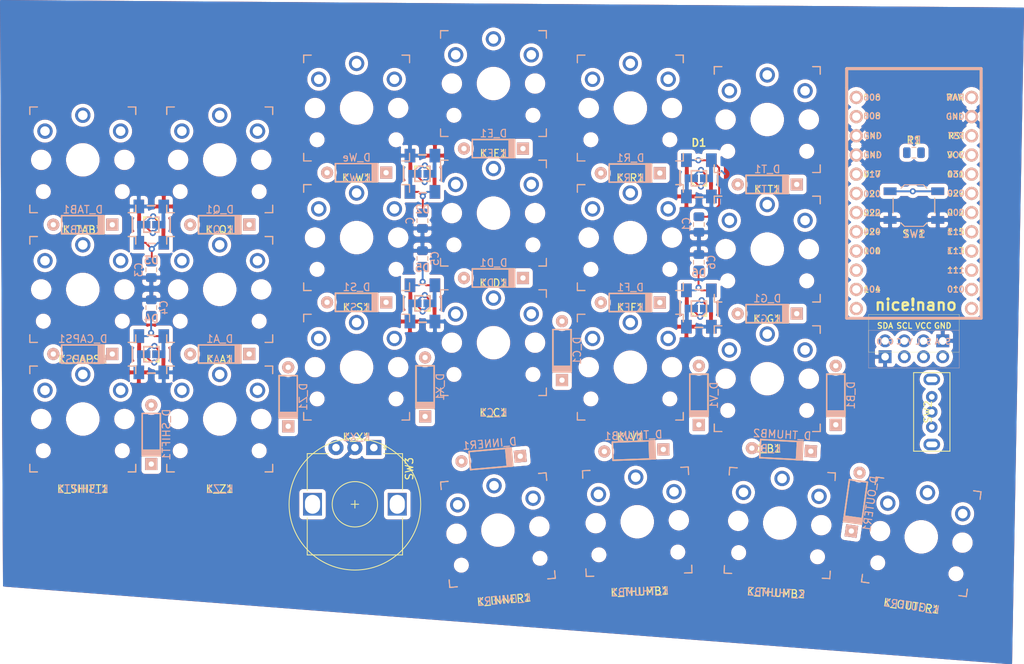
<source format=kicad_pcb>
(kicad_pcb (version 20171130) (host pcbnew "(5.1.6)-1")
  (layers (0 F.Cu signal) (31 B.Cu signal) (34 B.Paste user hide) (35 F.Paste user hide) (36 B.SilkS user hide) (37 F.SilkS user) (38 B.Mask user hide) (39 F.Mask user hide) (44 Edge.Cuts user hide))
  (net 0 "")
  (net 1 row1)
  (net 2 "Net-(D_A1-Pad2)")
  (net 3 "Net-(D_B1-Pad2)")
  (net 4 row2)
  (net 5 "Net-(D_C1-Pad2)")
  (net 6 "Net-(D_CAPS1-Pad2)")
  (net 7 "Net-(D_D1-Pad2)")
  (net 8 "Net-(D_E1-Pad2)")
  (net 9 row0)
  (net 10 "Net-(D_F1-Pad2)")
  (net 11 "Net-(D_G1-Pad2)")
  (net 12 row3)
  (net 13 "Net-(D_INNER1-Pad2)")
  (net 14 "Net-(D_OUTER1-Pad2)")
  (net 15 "Net-(D_Q1-Pad2)")
  (net 16 "Net-(D_R1-Pad2)")
  (net 17 "Net-(D_S1-Pad2)")
  (net 18 "Net-(D_SHIFT1-Pad2)")
  (net 19 "Net-(D_T1-Pad2)")
  (net 20 "Net-(D_TAB1-Pad2)")
  (net 21 "Net-(D_THUMB1-Pad2)")
  (net 22 "Net-(D_THUMB2-Pad2)")
  (net 23 "Net-(D_V1-Pad2)")
  (net 24 "Net-(D_W1-Pad2)")
  (net 25 "Net-(D_X1-Pad2)")
  (net 26 "Net-(D_Z1-Pad2)")
  (net 27 col1)
  (net 28 col5)
  (net 29 col3)
  (net 30 col0)
  (net 31 col4)
  (net 32 col2)
  (net 33 VCC)
  (net 34 "Net-(R1-Pad2)")
  (net 35 GND)
  (net 36 "Net-(D1-Pad2)")
  (net 37 "Net-(D2-Pad2)")
  (net 38 "Net-(D3-Pad2)")
  (net 39 "Net-(D4-Pad2)")
  (net 40 "Net-(D5-Pad2)")
  (net 41 "Net-(D6-Pad2)")
  (net 42 "Net-(SW2-Pad1)")
  (net 43 "Net-(U1-Pad10)")
  (net 44 "Net-(U1-Pad9)")
  (net 45 "Net-(U1-Pad8)")
  (net 46 "Net-(SW2-Pad3)")
  (net 47 SDA)
  (net 48 SCL)
  (net 49 battery)
  (net 50 encB)
  (net 51 encA)
  (net 52 led)
  (module Button_Switch_SMD:SW_SPST_TL3342 (layer B.Cu) (at 133.63 40)
    (fp_text reference SW1 (at 0 3.75 180) (layer B.SilkS) (effects (justify mirror)))
    (fp_text value SW_Push)
    (fp_text user SW1 (at 0 3.75 180) (layer F.SilkS))
    (pad 1 smd rect (at -3.15 1.9) (size 1.7 1) (layers B.Cu B.Paste B.Mask) (net 35 GND))
    (pad 1 smd rect (at 3.15 1.9) (size 1.7 1) (layers B.Cu B.Paste B.Mask) (net 35 GND))
    (pad 2 smd rect (at -3.15 -1.9) (size 1.7 1) (layers B.Cu B.Paste B.Mask) (net 34 "Net-(R1-Pad2)"))
    (pad 2 smd rect (at 3.15 -1.9) (size 1.7 1) (layers B.Cu B.Paste B.Mask) (net 34 "Net-(R1-Pad2)"))
    (pad 1 smd rect (at 3.15 1.9) (size 1.7 1) (layers F.Cu F.Paste F.Mask) (net 35 GND))
    (pad 2 smd rect (at -3.15 -1.9) (size 1.7 1) (layers F.Cu F.Paste F.Mask) (net 34 "Net-(R1-Pad2)"))
    (pad 2 smd rect (at 3.15 -1.9) (size 1.7 1) (layers F.Cu F.Paste F.Mask) (net 34 "Net-(R1-Pad2)"))
    (pad 1 smd rect (at -3.15 1.9) (size 1.7 1) (layers F.Cu F.Paste F.Mask) (net 35 GND))
  )
  (module keyboard_parts:D_axial_reversible (layer B.Cu) (at 78.04125 49.58 180)
    (fp_text reference D_D1 (at 0 2 180) (layer B.SilkS) (effects (justify mirror)))
    (fp_text value D)
    (pad 1 thru_hole rect (at -3.9 0 180) (size 1.6 1.6) (drill 0.7) (layers *.Cu *.Mask B.SilkS) (net 1 row1))
    (pad 2 thru_hole circle (at 3.9 0 180) (size 1.6 1.6) (drill 0.7) (layers *.Cu *.Mask B.SilkS) (net 7 "Net-(D_D1-Pad2)"))
  )
  (module keyboard_parts:D_axial_reversible (layer B.Cu) (at 41.84625 59.64 180)
    (fp_text reference D_A1 (at 0 2 180) (layer B.SilkS) (effects (justify mirror)))
    (fp_text value D)
    (pad 1 thru_hole rect (at -3.9 0 180) (size 1.6 1.6) (drill 0.7) (layers *.Cu *.Mask B.SilkS) (net 1 row1))
    (pad 2 thru_hole circle (at 3.9 0 180) (size 1.6 1.6) (drill 0.7) (layers *.Cu *.Mask B.SilkS) (net 2 "Net-(D_A1-Pad2)"))
  )
  (module keyboard_parts:D_axial_reversible (layer B.Cu) (at 123.3 65.1 90)
    (fp_text reference D_B1 (at 0 2 270) (layer B.SilkS) (effects (justify mirror)))
    (fp_text value D)
    (pad 1 thru_hole rect (at -3.9 0 90) (size 1.6 1.6) (drill 0.7) (layers *.Cu *.Mask B.SilkS) (net 4 row2))
    (pad 2 thru_hole circle (at 3.9 0 90) (size 1.6 1.6) (drill 0.7) (layers *.Cu *.Mask B.SilkS) (net 3 "Net-(D_B1-Pad2)"))
  )
  (module keyboard_parts:D_axial_reversible (layer B.Cu) (at 87.1 59.2 90)
    (fp_text reference D_C1 (at 0 2 270) (layer B.SilkS) (effects (justify mirror)))
    (fp_text value D)
    (pad 1 thru_hole rect (at -3.9 0 90) (size 1.6 1.6) (drill 0.7) (layers *.Cu *.Mask B.SilkS) (net 4 row2))
    (pad 2 thru_hole circle (at 3.9 0 90) (size 1.6 1.6) (drill 0.7) (layers *.Cu *.Mask B.SilkS) (net 5 "Net-(D_C1-Pad2)"))
  )
  (module keyboard_parts:D_axial_reversible (layer B.Cu) (at 23.74875 59.64 180)
    (fp_text reference D_CAPS1 (at 0 2 180) (layer B.SilkS) (effects (justify mirror)))
    (fp_text value D)
    (pad 1 thru_hole rect (at -3.9 0 180) (size 1.6 1.6) (drill 0.7) (layers *.Cu *.Mask B.SilkS) (net 1 row1))
    (pad 2 thru_hole circle (at 3.9 0 180) (size 1.6 1.6) (drill 0.7) (layers *.Cu *.Mask B.SilkS) (net 6 "Net-(D_CAPS1-Pad2)"))
  )
  (module keyboard_parts:D_axial_reversible (layer B.Cu) (at 78.04125 32.46 180)
    (fp_text reference D_E1 (at 0 2 180) (layer B.SilkS) (effects (justify mirror)))
    (fp_text value D)
    (pad 1 thru_hole rect (at -3.9 0 180) (size 1.6 1.6) (drill 0.7) (layers *.Cu *.Mask B.SilkS) (net 9 row0))
    (pad 2 thru_hole circle (at 3.9 0 180) (size 1.6 1.6) (drill 0.7) (layers *.Cu *.Mask B.SilkS) (net 8 "Net-(D_E1-Pad2)"))
  )
  (module keyboard_parts:D_axial_reversible (layer B.Cu) (at 96.13875 52.83 180)
    (fp_text reference D_F1 (at 0 2 180) (layer B.SilkS) (effects (justify mirror)))
    (fp_text value D)
    (pad 1 thru_hole rect (at -3.9 0 180) (size 1.6 1.6) (drill 0.7) (layers *.Cu *.Mask B.SilkS) (net 1 row1))
    (pad 2 thru_hole circle (at 3.9 0 180) (size 1.6 1.6) (drill 0.7) (layers *.Cu *.Mask B.SilkS) (net 10 "Net-(D_F1-Pad2)"))
  )
  (module keyboard_parts:D_axial_reversible (layer B.Cu) (at 114.23625 54.3 180)
    (fp_text reference D_G1 (at 0 2 180) (layer B.SilkS) (effects (justify mirror)))
    (fp_text value D)
    (pad 1 thru_hole rect (at -3.9 0 180) (size 1.6 1.6) (drill 0.7) (layers *.Cu *.Mask B.SilkS) (net 1 row1))
    (pad 2 thru_hole circle (at 3.9 0 180) (size 1.6 1.6) (drill 0.7) (layers *.Cu *.Mask B.SilkS) (net 11 "Net-(D_G1-Pad2)"))
  )
  (module keyboard_parts:D_axial_reversible (layer B.Cu) (at 77.7 73.5 185)
    (fp_text reference D_INNER1 (at 0 2 185) (layer B.SilkS) (effects (justify mirror)))
    (fp_text value D)
    (pad 1 thru_hole rect (at -3.9 0 185) (size 1.6 1.6) (drill 0.7) (layers *.Cu *.Mask B.SilkS) (net 12 row3))
    (pad 2 thru_hole circle (at 3.9 0 185) (size 1.6 1.6) (drill 0.7) (layers *.Cu *.Mask B.SilkS) (net 13 "Net-(D_INNER1-Pad2)"))
  )
  (module keyboard_parts:D_axial_reversible (layer B.Cu) (at 125.9 79.2 82)
    (fp_text reference D_OUTER1 (at 0 2 82) (layer B.SilkS) (effects (justify mirror)))
    (fp_text value D)
    (pad 1 thru_hole rect (at -3.9 0 82) (size 1.6 1.6) (drill 0.7) (layers *.Cu *.Mask B.SilkS) (net 12 row3))
    (pad 2 thru_hole circle (at 3.9 0 82) (size 1.6 1.6) (drill 0.7) (layers *.Cu *.Mask B.SilkS) (net 14 "Net-(D_OUTER1-Pad2)"))
  )
  (module keyboard_parts:D_axial_reversible (layer B.Cu) (at 41.84625 42.53 180)
    (fp_text reference D_Q1 (at 0 2 180) (layer B.SilkS) (effects (justify mirror)))
    (fp_text value D)
    (pad 1 thru_hole rect (at -3.9 0 180) (size 1.6 1.6) (drill 0.7) (layers *.Cu *.Mask B.SilkS) (net 9 row0))
    (pad 2 thru_hole circle (at 3.9 0 180) (size 1.6 1.6) (drill 0.7) (layers *.Cu *.Mask B.SilkS) (net 15 "Net-(D_Q1-Pad2)"))
  )
  (module keyboard_parts:D_axial_reversible (layer B.Cu) (at 96.13875 35.7 180)
    (fp_text reference D_R1 (at 0 2 180) (layer B.SilkS) (effects (justify mirror)))
    (fp_text value D)
    (pad 1 thru_hole rect (at -3.9 0 180) (size 1.6 1.6) (drill 0.7) (layers *.Cu *.Mask B.SilkS) (net 9 row0))
    (pad 2 thru_hole circle (at 3.9 0 180) (size 1.6 1.6) (drill 0.7) (layers *.Cu *.Mask B.SilkS) (net 16 "Net-(D_R1-Pad2)"))
  )
  (module keyboard_parts:D_axial_reversible (layer B.Cu) (at 59.94375 52.8 180)
    (fp_text reference D_S1 (at 0 2 180) (layer B.SilkS) (effects (justify mirror)))
    (fp_text value D)
    (pad 1 thru_hole rect (at -3.9 0 180) (size 1.6 1.6) (drill 0.7) (layers *.Cu *.Mask B.SilkS) (net 1 row1))
    (pad 2 thru_hole circle (at 3.9 0 180) (size 1.6 1.6) (drill 0.7) (layers *.Cu *.Mask B.SilkS) (net 17 "Net-(D_S1-Pad2)"))
  )
  (module keyboard_parts:D_axial_reversible (layer B.Cu) (at 32.8 70.3 90)
    (fp_text reference D_SHIFT1 (at 0 2 270) (layer B.SilkS) (effects (justify mirror)))
    (fp_text value D)
    (pad 1 thru_hole rect (at -3.9 0 90) (size 1.6 1.6) (drill 0.7) (layers *.Cu *.Mask B.SilkS) (net 4 row2))
    (pad 2 thru_hole circle (at 3.9 0 90) (size 1.6 1.6) (drill 0.7) (layers *.Cu *.Mask B.SilkS) (net 18 "Net-(D_SHIFT1-Pad2)"))
  )
  (module keyboard_parts:D_axial_reversible (layer B.Cu) (at 114.23625 37.2 180)
    (fp_text reference D_T1 (at 0 2 180) (layer B.SilkS) (effects (justify mirror)))
    (fp_text value D)
    (pad 1 thru_hole rect (at -3.9 0 180) (size 1.6 1.6) (drill 0.7) (layers *.Cu *.Mask B.SilkS) (net 9 row0))
    (pad 2 thru_hole circle (at 3.9 0 180) (size 1.6 1.6) (drill 0.7) (layers *.Cu *.Mask B.SilkS) (net 19 "Net-(D_T1-Pad2)"))
  )
  (module keyboard_parts:D_axial_reversible (layer B.Cu) (at 23.74875 42.53 180)
    (fp_text reference D_TAB1 (at 0 2 180) (layer B.SilkS) (effects (justify mirror)))
    (fp_text value D)
    (pad 1 thru_hole rect (at -3.9 0 180) (size 1.6 1.6) (drill 0.7) (layers *.Cu *.Mask B.SilkS) (net 9 row0))
    (pad 2 thru_hole circle (at 3.9 0 180) (size 1.6 1.6) (drill 0.7) (layers *.Cu *.Mask B.SilkS) (net 20 "Net-(D_TAB1-Pad2)"))
  )
  (module keyboard_parts:D_axial_reversible (layer B.Cu) (at 96.6 72.4 182)
    (fp_text reference D_THUMB1 (at 0 2 2) (layer B.SilkS) (effects (justify mirror)))
    (fp_text value D)
    (pad 2 thru_hole circle (at 3.9 0 182) (size 1.6 1.6) (drill 0.7) (layers *.Cu *.Mask B.SilkS) (net 21 "Net-(D_THUMB1-Pad2)"))
    (pad 1 thru_hole rect (at -3.9 0 182) (size 1.6 1.6) (drill 0.7) (layers *.Cu *.Mask B.SilkS) (net 12 row3))
  )
  (module keyboard_parts:D_axial_reversible (layer B.Cu) (at 116.1 72.3 177)
    (fp_text reference D_THUMB2 (at 0 2 357) (layer B.SilkS) (effects (justify mirror)))
    (fp_text value D)
    (pad 1 thru_hole rect (at -3.9 0 177) (size 1.6 1.6) (drill 0.7) (layers *.Cu *.Mask B.SilkS) (net 12 row3))
    (pad 2 thru_hole circle (at 3.9 0 177) (size 1.6 1.6) (drill 0.7) (layers *.Cu *.Mask B.SilkS) (net 22 "Net-(D_THUMB2-Pad2)"))
  )
  (module keyboard_parts:D_axial_reversible (layer B.Cu) (at 105.2 65.1 90)
    (fp_text reference D_V1 (at 0 2 270) (layer B.SilkS) (effects (justify mirror)))
    (fp_text value D)
    (pad 1 thru_hole rect (at -3.9 0 90) (size 1.6 1.6) (drill 0.7) (layers *.Cu *.Mask B.SilkS) (net 4 row2))
    (pad 2 thru_hole circle (at 3.9 0 90) (size 1.6 1.6) (drill 0.7) (layers *.Cu *.Mask B.SilkS) (net 23 "Net-(D_V1-Pad2)"))
  )
  (module keyboard_parts:D_axial_reversible (layer B.Cu) (at 59.94375 35.65 180)
    (fp_text reference D_We (at 0 2 180) (layer B.SilkS) (effects (justify mirror)))
    (fp_text value D)
    (pad 1 thru_hole rect (at -3.9 0 180) (size 1.6 1.6) (drill 0.7) (layers *.Cu *.Mask B.SilkS) (net 9 row0))
    (pad 2 thru_hole circle (at 3.9 0 180) (size 1.6 1.6) (drill 0.7) (layers *.Cu *.Mask B.SilkS) (net 24 "Net-(D_W1-Pad2)"))
  )
  (module keyboard_parts:D_axial_reversible (layer B.Cu) (at 69 64 90)
    (fp_text reference D_X1 (at 0 2 270) (layer B.SilkS) (effects (justify mirror)))
    (fp_text value D)
    (pad 1 thru_hole rect (at -3.9 0 90) (size 1.6 1.6) (drill 0.7) (layers *.Cu *.Mask B.SilkS) (net 4 row2))
    (pad 2 thru_hole circle (at 3.9 0 90) (size 1.6 1.6) (drill 0.7) (layers *.Cu *.Mask B.SilkS) (net 25 "Net-(D_X1-Pad2)"))
  )
  (module keyboard_parts:D_axial_reversible (layer B.Cu) (at 50.9 65.3 90)
    (fp_text reference D_Z1 (at 0 2 270) (layer B.SilkS) (effects (justify mirror)))
    (fp_text value D)
    (pad 1 thru_hole rect (at -3.9 0 90) (size 1.6 1.6) (drill 0.7) (layers *.Cu *.Mask B.SilkS) (net 4 row2))
    (pad 2 thru_hole circle (at 3.9 0 90) (size 1.6 1.6) (drill 0.7) (layers *.Cu *.Mask B.SilkS) (net 26 "Net-(D_Z1-Pad2)"))
  )
  (module Resistors_SMD:R_0805_2012Metric (layer B.Cu) (at 133.63 33 180)
    (fp_text reference R1 (at 0 1.65) (layer B.SilkS) (effects (justify mirror)))
    (fp_text value 10k)
    (fp_text user R1 (at 0 1.65) (layer F.SilkS))
    (pad 1 smd roundrect (at -0.9375 0 180) (size 0.975 1.4) (layers B.Cu B.Paste B.Mask) (net 33 VCC))
    (pad 2 smd roundrect (at 0.9375 0 180) (size 0.975 1.4) (layers B.Cu B.Paste B.Mask) (net 34 "Net-(R1-Pad2)"))
    (pad 2 smd roundrect (at 0.9375 0 180) (size 0.975 1.4) (layers F.Cu B.Paste B.Mask) (net 34 "Net-(R1-Pad2)"))
    (pad 1 smd roundrect (at -0.9375 0 180) (size 0.975 1.4) (layers F.Cu B.Paste B.Mask) (net 33 VCC))
  )
  (module WS2812B:WS2812B_data-bridgeable_Reversible (layer F.Cu) (at 105.2 36.39)
    (fp_text reference D1 (at 0 -4.7) (layer F.SilkS) (effects (font (thickness 0.2))))
    (fp_text value WS2812B_data-bridgeable_Reversible hide)
    (pad 2 smd rect (at 1.6 -0.3) (size 0.5 1.6) (layers B.Cu) (net 36 "Net-(D1-Pad2)"))
    (pad 2 smd rect (at 1.6 -1) (size 0.5 3) (layers B.Cu) (net 36 "Net-(D1-Pad2)"))
    (pad 2 smd rect (at 1 0) (size 1.7 1) (layers B.Cu) (net 36 "Net-(D1-Pad2)"))
    (pad 4 smd rect (at -1 0) (size 1.7 1) (layers B.Cu) (net 52 led))
    (pad 4 smd rect (at -1.6 1) (size 0.5 3) (layers B.Cu) (net 52 led))
    (pad 4 smd rect (at -1.6 0.3) (size 0.5 1.6) (layers B.Cu) (net 52 led))
    (pad 2 smd rect (at 0.4 0) (size 0.5 1) (layers B.Cu F.Mask) (net 36 "Net-(D1-Pad2)"))
    (pad 1 smd rect (at -1.65 -2.4) (size 1.4 1.8) (layers B.Cu F.Paste F.Mask) (net 33 VCC))
    (pad 2 smd rect (at 1.65 -2.4) (size 1.4 1.8) (layers B.Cu F.Paste F.Mask) (net 36 "Net-(D1-Pad2)"))
    (pad 4 smd rect (at -1.65 2.4) (size 1.4 1.8) (layers B.Cu F.Paste F.Mask) (net 52 led))
    (pad 3 smd rect (at 1.65 2.4) (size 1.4 1.8) (layers B.Cu F.Paste F.Mask) (net 35 GND))
    (pad 4 smd rect (at -0.4 0) (size 0.5 1) (layers B.Cu F.Mask) (net 52 led))
    (pad 3 smd rect (at -1.65 2.4) (size 1.4 1.8) (layers F.Cu F.Paste F.Mask) (net 35 GND))
    (pad 1 smd rect (at 1.65 -2.4) (size 1.4 1.8) (layers F.Cu F.Paste F.Mask) (net 33 VCC))
    (pad 2 smd rect (at -1.65 -2.4) (size 1.4 1.8) (layers F.Cu F.Paste F.Mask) (net 36 "Net-(D1-Pad2)"))
    (pad 2 smd rect (at -0.4 0) (size 0.5 1) (layers F.Cu F.Mask) (net 36 "Net-(D1-Pad2)"))
    (pad 4 smd rect (at 0.4 0) (size 0.5 1) (layers F.Cu F.Mask) (net 52 led))
    (pad 2 smd rect (at -1.6 -0.3) (size 0.5 1.6) (layers F.Cu) (net 36 "Net-(D1-Pad2)"))
    (pad 4 smd rect (at 1.65 2.4) (size 1.4 1.8) (layers F.Cu F.Paste F.Mask) (net 52 led))
    (pad 4 smd rect (at 1.6 1) (size 0.5 3) (layers F.Cu) (net 52 led))
    (pad 2 smd rect (at -1.6 -1) (size 0.5 3) (layers F.Cu) (net 36 "Net-(D1-Pad2)"))
    (pad 4 smd rect (at 1.6 0.3) (size 0.5 1.6) (layers F.Cu) (net 52 led))
    (pad 2 smd rect (at -1 0) (size 1.7 1) (layers F.Cu) (net 36 "Net-(D1-Pad2)"))
    (pad 4 smd rect (at 1 0) (size 1.7 1) (layers F.Cu) (net 52 led))
  )
  (module WS2812B:WS2812B_data-bridgeable_Reversible (layer B.Cu) (at 68.65 35.79)
    (fp_text reference D2 (at 0 4.7) (layer B.SilkS) (effects (font (thickness 0.2)) (justify mirror)))
    (fp_text value WS2812B_data-bridgeable_Reversible hide)
    (pad 2 smd rect (at 1.6 0.3) (size 0.5 1.6) (layers F.Cu) (net 37 "Net-(D2-Pad2)"))
    (pad 2 smd rect (at 1.6 1) (size 0.5 3) (layers F.Cu) (net 37 "Net-(D2-Pad2)"))
    (pad 2 smd rect (at 1 0) (size 1.7 1) (layers F.Cu) (net 37 "Net-(D2-Pad2)"))
    (pad 4 smd rect (at -1 0) (size 1.7 1) (layers F.Cu) (net 36 "Net-(D1-Pad2)"))
    (pad 4 smd rect (at -1.6 -1) (size 0.5 3) (layers F.Cu) (net 36 "Net-(D1-Pad2)"))
    (pad 4 smd rect (at -1.6 -0.3) (size 0.5 1.6) (layers F.Cu) (net 36 "Net-(D1-Pad2)"))
    (pad 2 smd rect (at 0.4 0) (size 0.5 1) (layers F.Cu B.Mask) (net 37 "Net-(D2-Pad2)"))
    (pad 1 smd rect (at -1.65 2.4) (size 1.4 1.8) (layers F.Cu B.Paste B.Mask) (net 33 VCC))
    (pad 2 smd rect (at 1.65 2.4) (size 1.4 1.8) (layers F.Cu B.Paste B.Mask) (net 37 "Net-(D2-Pad2)"))
    (pad 4 smd rect (at -1.65 -2.4) (size 1.4 1.8) (layers F.Cu B.Paste B.Mask) (net 36 "Net-(D1-Pad2)"))
    (pad 3 smd rect (at 1.65 -2.4) (size 1.4 1.8) (layers F.Cu B.Paste B.Mask) (net 35 GND))
    (pad 4 smd rect (at -0.4 0) (size 0.5 1) (layers F.Cu B.Mask) (net 36 "Net-(D1-Pad2)"))
    (pad 3 smd rect (at -1.65 -2.4) (size 1.4 1.8) (layers B.Cu B.Paste B.Mask) (net 35 GND))
    (pad 1 smd rect (at 1.65 2.4) (size 1.4 1.8) (layers B.Cu B.Paste B.Mask) (net 33 VCC))
    (pad 2 smd rect (at -1.65 2.4) (size 1.4 1.8) (layers B.Cu B.Paste B.Mask) (net 37 "Net-(D2-Pad2)"))
    (pad 2 smd rect (at -0.4 0) (size 0.5 1) (layers B.Cu B.Mask) (net 37 "Net-(D2-Pad2)"))
    (pad 4 smd rect (at 0.4 0) (size 0.5 1) (layers B.Cu B.Mask) (net 36 "Net-(D1-Pad2)"))
    (pad 2 smd rect (at -1.6 0.3) (size 0.5 1.6) (layers B.Cu) (net 37 "Net-(D2-Pad2)"))
    (pad 4 smd rect (at 1.65 -2.4) (size 1.4 1.8) (layers B.Cu B.Paste B.Mask) (net 36 "Net-(D1-Pad2)"))
    (pad 4 smd rect (at 1.6 -1) (size 0.5 3) (layers B.Cu) (net 36 "Net-(D1-Pad2)"))
    (pad 2 smd rect (at -1.6 1) (size 0.5 3) (layers B.Cu) (net 37 "Net-(D2-Pad2)"))
    (pad 4 smd rect (at 1.6 -0.3) (size 0.5 1.6) (layers B.Cu) (net 36 "Net-(D1-Pad2)"))
    (pad 2 smd rect (at -1 0) (size 1.7 1) (layers B.Cu) (net 37 "Net-(D2-Pad2)"))
    (pad 4 smd rect (at 1 0) (size 1.7 1) (layers B.Cu) (net 36 "Net-(D1-Pad2)"))
  )
  (module WS2812B:WS2812B_data-bridgeable_Reversible (layer B.Cu) (at 32.8 42.52)
    (fp_text reference D3 (at 0 4.7) (layer B.SilkS) (effects (font (thickness 0.2)) (justify mirror)))
    (fp_text value WS2812B_data-bridgeable_Reversible hide)
    (pad 2 smd rect (at 1.6 0.3) (size 0.5 1.6) (layers F.Cu) (net 38 "Net-(D3-Pad2)"))
    (pad 2 smd rect (at 1.6 1) (size 0.5 3) (layers F.Cu) (net 38 "Net-(D3-Pad2)"))
    (pad 2 smd rect (at 1 0) (size 1.7 1) (layers F.Cu) (net 38 "Net-(D3-Pad2)"))
    (pad 4 smd rect (at -1 0) (size 1.7 1) (layers F.Cu) (net 37 "Net-(D2-Pad2)"))
    (pad 4 smd rect (at -1.6 -1) (size 0.5 3) (layers F.Cu) (net 37 "Net-(D2-Pad2)"))
    (pad 4 smd rect (at -1.6 -0.3) (size 0.5 1.6) (layers F.Cu) (net 37 "Net-(D2-Pad2)"))
    (pad 2 smd rect (at 0.4 0) (size 0.5 1) (layers F.Cu B.Mask) (net 38 "Net-(D3-Pad2)"))
    (pad 1 smd rect (at -1.65 2.4) (size 1.4 1.8) (layers F.Cu B.Paste B.Mask) (net 33 VCC))
    (pad 2 smd rect (at 1.65 2.4) (size 1.4 1.8) (layers F.Cu B.Paste B.Mask) (net 38 "Net-(D3-Pad2)"))
    (pad 4 smd rect (at -1.65 -2.4) (size 1.4 1.8) (layers F.Cu B.Paste B.Mask) (net 37 "Net-(D2-Pad2)"))
    (pad 3 smd rect (at 1.65 -2.4) (size 1.4 1.8) (layers F.Cu B.Paste B.Mask) (net 35 GND))
    (pad 4 smd rect (at -0.4 0) (size 0.5 1) (layers F.Cu B.Mask) (net 37 "Net-(D2-Pad2)"))
    (pad 3 smd rect (at -1.65 -2.4) (size 1.4 1.8) (layers B.Cu B.Paste B.Mask) (net 35 GND))
    (pad 1 smd rect (at 1.65 2.4) (size 1.4 1.8) (layers B.Cu B.Paste B.Mask) (net 33 VCC))
    (pad 2 smd rect (at -1.65 2.4) (size 1.4 1.8) (layers B.Cu B.Paste B.Mask) (net 38 "Net-(D3-Pad2)"))
    (pad 2 smd rect (at -0.4 0) (size 0.5 1) (layers B.Cu B.Mask) (net 38 "Net-(D3-Pad2)"))
    (pad 4 smd rect (at 0.4 0) (size 0.5 1) (layers B.Cu B.Mask) (net 37 "Net-(D2-Pad2)"))
    (pad 2 smd rect (at -1.6 0.3) (size 0.5 1.6) (layers B.Cu) (net 38 "Net-(D3-Pad2)"))
    (pad 4 smd rect (at 1.65 -2.4) (size 1.4 1.8) (layers B.Cu B.Paste B.Mask) (net 37 "Net-(D2-Pad2)"))
    (pad 4 smd rect (at 1.6 -1) (size 0.5 3) (layers B.Cu) (net 37 "Net-(D2-Pad2)"))
    (pad 2 smd rect (at -1.6 1) (size 0.5 3) (layers B.Cu) (net 38 "Net-(D3-Pad2)"))
    (pad 4 smd rect (at 1.6 -0.3) (size 0.5 1.6) (layers B.Cu) (net 37 "Net-(D2-Pad2)"))
    (pad 2 smd rect (at -1 0) (size 1.7 1) (layers B.Cu) (net 38 "Net-(D3-Pad2)"))
    (pad 4 smd rect (at 1 0) (size 1.7 1) (layers B.Cu) (net 37 "Net-(D2-Pad2)"))
  )
  (module WS2812B:WS2812B_data-bridgeable_Reversible (layer B.Cu) (at 32.8 59.67 180)
    (fp_text reference D4 (at 0 4.7) (layer B.SilkS) (effects (font (thickness 0.2)) (justify mirror)))
    (fp_text value WS2812B_data-bridgeable_Reversible hide)
    (pad 2 smd rect (at 1.6 0.3 180) (size 0.5 1.6) (layers F.Cu) (net 39 "Net-(D4-Pad2)"))
    (pad 2 smd rect (at 1.6 1 180) (size 0.5 3) (layers F.Cu) (net 39 "Net-(D4-Pad2)"))
    (pad 2 smd rect (at 1 0 180) (size 1.7 1) (layers F.Cu) (net 39 "Net-(D4-Pad2)"))
    (pad 4 smd rect (at -1 0 180) (size 1.7 1) (layers F.Cu) (net 38 "Net-(D3-Pad2)"))
    (pad 4 smd rect (at -1.6 -1 180) (size 0.5 3) (layers F.Cu) (net 38 "Net-(D3-Pad2)"))
    (pad 4 smd rect (at -1.6 -0.3 180) (size 0.5 1.6) (layers F.Cu) (net 38 "Net-(D3-Pad2)"))
    (pad 2 smd rect (at 0.4 0 180) (size 0.5 1) (layers F.Cu B.Mask) (net 39 "Net-(D4-Pad2)"))
    (pad 1 smd rect (at -1.65 2.4 180) (size 1.4 1.8) (layers F.Cu B.Paste B.Mask) (net 33 VCC))
    (pad 2 smd rect (at 1.65 2.4 180) (size 1.4 1.8) (layers F.Cu B.Paste B.Mask) (net 39 "Net-(D4-Pad2)"))
    (pad 4 smd rect (at -1.65 -2.4 180) (size 1.4 1.8) (layers F.Cu B.Paste B.Mask) (net 38 "Net-(D3-Pad2)"))
    (pad 3 smd rect (at 1.65 -2.4 180) (size 1.4 1.8) (layers F.Cu B.Paste B.Mask) (net 35 GND))
    (pad 4 smd rect (at -0.4 0 180) (size 0.5 1) (layers F.Cu B.Mask) (net 38 "Net-(D3-Pad2)"))
    (pad 3 smd rect (at -1.65 -2.4 180) (size 1.4 1.8) (layers B.Cu B.Paste B.Mask) (net 35 GND))
    (pad 1 smd rect (at 1.65 2.4 180) (size 1.4 1.8) (layers B.Cu B.Paste B.Mask) (net 33 VCC))
    (pad 2 smd rect (at -1.65 2.4 180) (size 1.4 1.8) (layers B.Cu B.Paste B.Mask) (net 39 "Net-(D4-Pad2)"))
    (pad 2 smd rect (at -0.4 0 180) (size 0.5 1) (layers B.Cu B.Mask) (net 39 "Net-(D4-Pad2)"))
    (pad 4 smd rect (at 0.4 0 180) (size 0.5 1) (layers B.Cu B.Mask) (net 38 "Net-(D3-Pad2)"))
    (pad 2 smd rect (at -1.6 0.3 180) (size 0.5 1.6) (layers B.Cu) (net 39 "Net-(D4-Pad2)"))
    (pad 4 smd rect (at 1.65 -2.4 180) (size 1.4 1.8) (layers B.Cu B.Paste B.Mask) (net 38 "Net-(D3-Pad2)"))
    (pad 4 smd rect (at 1.6 -1 180) (size 0.5 3) (layers B.Cu) (net 38 "Net-(D3-Pad2)"))
    (pad 2 smd rect (at -1.6 1 180) (size 0.5 3) (layers B.Cu) (net 39 "Net-(D4-Pad2)"))
    (pad 4 smd rect (at 1.6 -0.3 180) (size 0.5 1.6) (layers B.Cu) (net 38 "Net-(D3-Pad2)"))
    (pad 2 smd rect (at -1 0 180) (size 1.7 1) (layers B.Cu) (net 39 "Net-(D4-Pad2)"))
    (pad 4 smd rect (at 1 0 180) (size 1.7 1) (layers B.Cu) (net 38 "Net-(D3-Pad2)"))
  )
  (module WS2812B:WS2812B_data-bridgeable_Reversible (layer B.Cu) (at 68.65 52.94 180)
    (fp_text reference D5 (at 0 4.7) (layer B.SilkS) (effects (font (thickness 0.2)) (justify mirror)))
    (fp_text value WS2812B_data-bridgeable_Reversible hide)
    (pad 2 smd rect (at 1.6 0.3 180) (size 0.5 1.6) (layers F.Cu) (net 40 "Net-(D5-Pad2)"))
    (pad 2 smd rect (at 1.6 1 180) (size 0.5 3) (layers F.Cu) (net 40 "Net-(D5-Pad2)"))
    (pad 2 smd rect (at 1 0 180) (size 1.7 1) (layers F.Cu) (net 40 "Net-(D5-Pad2)"))
    (pad 4 smd rect (at -1 0 180) (size 1.7 1) (layers F.Cu) (net 39 "Net-(D4-Pad2)"))
    (pad 4 smd rect (at -1.6 -1 180) (size 0.5 3) (layers F.Cu) (net 39 "Net-(D4-Pad2)"))
    (pad 4 smd rect (at -1.6 -0.3 180) (size 0.5 1.6) (layers F.Cu) (net 39 "Net-(D4-Pad2)"))
    (pad 2 smd rect (at 0.4 0 180) (size 0.5 1) (layers F.Cu B.Mask) (net 40 "Net-(D5-Pad2)"))
    (pad 1 smd rect (at -1.65 2.4 180) (size 1.4 1.8) (layers F.Cu B.Paste B.Mask) (net 33 VCC))
    (pad 2 smd rect (at 1.65 2.4 180) (size 1.4 1.8) (layers F.Cu B.Paste B.Mask) (net 40 "Net-(D5-Pad2)"))
    (pad 4 smd rect (at -1.65 -2.4 180) (size 1.4 1.8) (layers F.Cu B.Paste B.Mask) (net 39 "Net-(D4-Pad2)"))
    (pad 3 smd rect (at 1.65 -2.4 180) (size 1.4 1.8) (layers F.Cu B.Paste B.Mask) (net 35 GND))
    (pad 4 smd rect (at -0.4 0 180) (size 0.5 1) (layers F.Cu B.Mask) (net 39 "Net-(D4-Pad2)"))
    (pad 3 smd rect (at -1.65 -2.4 180) (size 1.4 1.8) (layers B.Cu B.Paste B.Mask) (net 35 GND))
    (pad 1 smd rect (at 1.65 2.4 180) (size 1.4 1.8) (layers B.Cu B.Paste B.Mask) (net 33 VCC))
    (pad 2 smd rect (at -1.65 2.4 180) (size 1.4 1.8) (layers B.Cu B.Paste B.Mask) (net 40 "Net-(D5-Pad2)"))
    (pad 2 smd rect (at -0.4 0 180) (size 0.5 1) (layers B.Cu B.Mask) (net 40 "Net-(D5-Pad2)"))
    (pad 4 smd rect (at 0.4 0 180) (size 0.5 1) (layers B.Cu B.Mask) (net 39 "Net-(D4-Pad2)"))
    (pad 2 smd rect (at -1.6 0.3 180) (size 0.5 1.6) (layers B.Cu) (net 40 "Net-(D5-Pad2)"))
    (pad 4 smd rect (at 1.65 -2.4 180) (size 1.4 1.8) (layers B.Cu B.Paste B.Mask) (net 39 "Net-(D4-Pad2)"))
    (pad 4 smd rect (at 1.6 -1 180) (size 0.5 3) (layers B.Cu) (net 39 "Net-(D4-Pad2)"))
    (pad 2 smd rect (at -1.6 1 180) (size 0.5 3) (layers B.Cu) (net 40 "Net-(D5-Pad2)"))
    (pad 4 smd rect (at 1.6 -0.3 180) (size 0.5 1.6) (layers B.Cu) (net 39 "Net-(D4-Pad2)"))
    (pad 2 smd rect (at -1 0 180) (size 1.7 1) (layers B.Cu) (net 40 "Net-(D5-Pad2)"))
    (pad 4 smd rect (at 1 0 180) (size 1.7 1) (layers B.Cu) (net 39 "Net-(D4-Pad2)"))
  )
  (module WS2812B:WS2812B_data-bridgeable_Reversible (layer B.Cu) (at 105.2 53.62 180)
    (fp_text reference D6 (at 0 4.7) (layer B.SilkS) (effects (font (thickness 0.2)) (justify mirror)))
    (fp_text value WS2812B_data-bridgeable_Reversible hide)
    (pad 2 smd rect (at 1.6 0.3 180) (size 0.5 1.6) (layers F.Cu) (net 41 "Net-(D6-Pad2)"))
    (pad 2 smd rect (at 1.6 1 180) (size 0.5 3) (layers F.Cu) (net 41 "Net-(D6-Pad2)"))
    (pad 2 smd rect (at 1 0 180) (size 1.7 1) (layers F.Cu) (net 41 "Net-(D6-Pad2)"))
    (pad 4 smd rect (at -1 0 180) (size 1.7 1) (layers F.Cu) (net 40 "Net-(D5-Pad2)"))
    (pad 4 smd rect (at -1.6 -1 180) (size 0.5 3) (layers F.Cu) (net 40 "Net-(D5-Pad2)"))
    (pad 4 smd rect (at -1.6 -0.3 180) (size 0.5 1.6) (layers F.Cu) (net 40 "Net-(D5-Pad2)"))
    (pad 2 smd rect (at 0.4 0 180) (size 0.5 1) (layers F.Cu B.Mask) (net 41 "Net-(D6-Pad2)"))
    (pad 1 smd rect (at -1.65 2.4 180) (size 1.4 1.8) (layers F.Cu B.Paste B.Mask) (net 33 VCC))
    (pad 2 smd rect (at 1.65 2.4 180) (size 1.4 1.8) (layers F.Cu B.Paste B.Mask) (net 41 "Net-(D6-Pad2)"))
    (pad 4 smd rect (at -1.65 -2.4 180) (size 1.4 1.8) (layers F.Cu B.Paste B.Mask) (net 40 "Net-(D5-Pad2)"))
    (pad 3 smd rect (at 1.65 -2.4 180) (size 1.4 1.8) (layers F.Cu B.Paste B.Mask) (net 35 GND))
    (pad 4 smd rect (at -0.4 0 180) (size 0.5 1) (layers F.Cu B.Mask) (net 40 "Net-(D5-Pad2)"))
    (pad 3 smd rect (at -1.65 -2.4 180) (size 1.4 1.8) (layers B.Cu B.Paste B.Mask) (net 35 GND))
    (pad 1 smd rect (at 1.65 2.4 180) (size 1.4 1.8) (layers B.Cu B.Paste B.Mask) (net 33 VCC))
    (pad 2 smd rect (at -1.65 2.4 180) (size 1.4 1.8) (layers B.Cu B.Paste B.Mask) (net 41 "Net-(D6-Pad2)"))
    (pad 2 smd rect (at -0.4 0 180) (size 0.5 1) (layers B.Cu B.Mask) (net 41 "Net-(D6-Pad2)"))
    (pad 4 smd rect (at 0.4 0 180) (size 0.5 1) (layers B.Cu B.Mask) (net 40 "Net-(D5-Pad2)"))
    (pad 2 smd rect (at -1.6 0.3 180) (size 0.5 1.6) (layers B.Cu) (net 41 "Net-(D6-Pad2)"))
    (pad 4 smd rect (at 1.65 -2.4 180) (size 1.4 1.8) (layers B.Cu B.Paste B.Mask) (net 40 "Net-(D5-Pad2)"))
    (pad 4 smd rect (at 1.6 -1 180) (size 0.5 3) (layers B.Cu) (net 40 "Net-(D5-Pad2)"))
    (pad 2 smd rect (at -1.6 1 180) (size 0.5 3) (layers B.Cu) (net 41 "Net-(D6-Pad2)"))
    (pad 4 smd rect (at 1.6 -0.3 180) (size 0.5 1.6) (layers B.Cu) (net 40 "Net-(D5-Pad2)"))
    (pad 2 smd rect (at -1 0 180) (size 1.7 1) (layers B.Cu) (net 41 "Net-(D6-Pad2)"))
    (pad 4 smd rect (at 1 0 180) (size 1.7 1) (layers B.Cu) (net 40 "Net-(D5-Pad2)"))
  )
  (module Capacitor_SMD:C_0805_Reversible (layer B.Cu) (at 105.2 42.5 270)
    (fp_text reference C1 (at 0 1.65 90) (layer B.SilkS) (effects (justify mirror)))
    (fp_text value 0.1uF)
    (pad 2 smd roundrect (at 1.025 0 270) (size 1.15 1.4) (layers F.Cu B.Paste B.Mask) (roundrect_rratio 0.217) (net 35 GND))
    (pad 1 smd roundrect (at -1.025 0 270) (size 1.15 1.4) (layers F.Cu B.Paste B.Mask) (roundrect_rratio 0.217) (net 33 VCC))
    (pad 1 smd roundrect (at -1.025 0 270) (size 1.15 1.4) (layers B.Cu B.Paste B.Mask) (roundrect_rratio 0.217391) (net 33 VCC))
    (pad 2 smd roundrect (at 1.025 0 270) (size 1.15 1.4) (layers B.Cu B.Paste B.Mask) (roundrect_rratio 0.217391) (net 35 GND))
  )
  (module Capacitor_SMD:C_0805_Reversible (layer B.Cu) (at 68.65 42 270)
    (fp_text reference C (at 0 1.65 90) (layer B.SilkS) (effects (justify mirror)))
    (fp_text value 0.1uF)
    (pad 2 smd roundrect (at 1.025 0 270) (size 1.15 1.4) (layers F.Cu B.Paste B.Mask) (roundrect_rratio 0.217) (net 35 GND))
    (pad 1 smd roundrect (at -1.025 0 270) (size 1.15 1.4) (layers F.Cu B.Paste B.Mask) (roundrect_rratio 0.217) (net 33 VCC))
    (pad 1 smd roundrect (at -1.025 0 270) (size 1.15 1.4) (layers B.Cu B.Paste B.Mask) (roundrect_rratio 0.217391) (net 33 VCC))
    (pad 2 smd roundrect (at 1.025 0 270) (size 1.15 1.4) (layers B.Cu B.Paste B.Mask) (roundrect_rratio 0.217391) (net 35 GND))
  )
  (module Capacitor_SMD:C_0805_Reversible (layer B.Cu) (at 32.8 48.5 270)
    (fp_text reference C3 (at 0 1.65 90) (layer B.SilkS) (effects (justify mirror)))
    (fp_text value 0.1uF)
    (pad 2 smd roundrect (at 1.025 0 270) (size 1.15 1.4) (layers F.Cu B.Paste B.Mask) (roundrect_rratio 0.217) (net 35 GND))
    (pad 1 smd roundrect (at -1.025 0 270) (size 1.15 1.4) (layers F.Cu B.Paste B.Mask) (roundrect_rratio 0.217) (net 33 VCC))
    (pad 1 smd roundrect (at -1.025 0 270) (size 1.15 1.4) (layers B.Cu B.Paste B.Mask) (roundrect_rratio 0.217391) (net 33 VCC))
    (pad 2 smd roundrect (at 1.025 0 270) (size 1.15 1.4) (layers B.Cu B.Paste B.Mask) (roundrect_rratio 0.217391) (net 35 GND))
  )
  (module Capacitor_SMD:C_0805_Reversible (layer B.Cu) (at 32.8 53.5 90)
    (fp_text reference C4 (at 0 1.65 90) (layer B.SilkS) (effects (justify mirror)))
    (fp_text value 0.1uF)
    (pad 2 smd roundrect (at 1.025 0 90) (size 1.15 1.4) (layers F.Cu B.Paste B.Mask) (roundrect_rratio 0.217) (net 35 GND))
    (pad 1 smd roundrect (at -1.025 0 90) (size 1.15 1.4) (layers F.Cu B.Paste B.Mask) (roundrect_rratio 0.217) (net 33 VCC))
    (pad 1 smd roundrect (at -1.025 0 90) (size 1.15 1.4) (layers B.Cu B.Paste B.Mask) (roundrect_rratio 0.217391) (net 33 VCC))
    (pad 2 smd roundrect (at 1.025 0 90) (size 1.15 1.4) (layers B.Cu B.Paste B.Mask) (roundrect_rratio 0.217391) (net 35 GND))
  )
  (module Capacitor_SMD:C_0805_Reversible (layer B.Cu) (at 68.65 47 90)
    (fp_text reference C5 (at 0 1.65 90) (layer B.SilkS) (effects (justify mirror)))
    (fp_text value 0.1uF)
    (pad 2 smd roundrect (at 1.025 0 90) (size 1.15 1.4) (layers F.Cu B.Paste B.Mask) (roundrect_rratio 0.217) (net 35 GND))
    (pad 1 smd roundrect (at -1.025 0 90) (size 1.15 1.4) (layers F.Cu B.Paste B.Mask) (roundrect_rratio 0.217) (net 33 VCC))
    (pad 1 smd roundrect (at -1.025 0 90) (size 1.15 1.4) (layers B.Cu B.Paste B.Mask) (roundrect_rratio 0.217391) (net 33 VCC))
    (pad 2 smd roundrect (at 1.025 0 90) (size 1.15 1.4) (layers B.Cu B.Paste B.Mask) (roundrect_rratio 0.217391) (net 35 GND))
  )
  (module Capacitor_SMD:C_0805_Reversible (layer B.Cu) (at 105.2 47.5 90)
    (fp_text reference C6 (at 0 1.65 90) (layer B.SilkS) (effects (justify mirror)))
    (fp_text value 0.1uF)
    (pad 2 smd roundrect (at 1.025 0 90) (size 1.15 1.4) (layers F.Cu B.Paste B.Mask) (roundrect_rratio 0.217) (net 35 GND))
    (pad 1 smd roundrect (at -1.025 0 90) (size 1.15 1.4) (layers F.Cu B.Paste B.Mask) (roundrect_rratio 0.217) (net 33 VCC))
    (pad 1 smd roundrect (at -1.025 0 90) (size 1.15 1.4) (layers B.Cu B.Paste B.Mask) (roundrect_rratio 0.217391) (net 33 VCC))
    (pad 2 smd roundrect (at 1.025 0 90) (size 1.15 1.4) (layers B.Cu B.Paste B.Mask) (roundrect_rratio 0.217391) (net 35 GND))
  )
  (module KiCad-SSD1306-0.91-OLED-4pin-128x32:SSD1306-0.91-OLED-4pin-128x32 (layer B.Cu) (at 127.63 23.5 270)
    (fp_text reference L2)
    (fp_text value SSD1306_OLED_Display hide)
    (fp_text user GND (at 34.5 -2.19 180) (layer B.SilkS) (effects (font (size 0.75 0.75)) (justify mirror)))
    (fp_text user VCC (at 34.5 -4.73 180) (layer B.SilkS) (effects (font (size 0.75 0.75)) (justify mirror)))
    (fp_text user SCL (at 34.5 -7.27 180) (layer B.SilkS) (effects (font (size 0.75 0.75)) (justify mirror)))
    (fp_text user SDA (at 34.5 -9.81 180) (layer B.SilkS) (effects (font (size 0.75 0.75)) (justify mirror)))
    (pad 1 thru_hole rect (at 36.5 -2.19 270) (size 1.7 1.7) (drill 1) (layers *.Cu *.Mask) (net 35 GND))
    (pad 2 thru_hole oval (at 36.5 -4.73 270) (size 1.7 1.7) (drill 1) (layers *.Cu *.Mask) (net 33 VCC))
    (pad 3 thru_hole oval (at 36.5 -7.27 270) (size 1.7 1.7) (drill 1) (layers *.Cu *.Mask) (net 48 SCL))
    (pad 4 thru_hole oval (at 36.5 -9.81 270) (size 1.7 1.7) (drill 1) (layers *.Cu *.Mask) (net 47 SDA))
  )
  (module Button_Switch_THT:SK12D07VG3-Mini-SPDT-Slide-Switch-Right-Angle (layer F.Cu) (at 135.99 67.3 270)
    (fp_text reference SW2 (at 0 0.5 90) (layer F.SilkS))
    (fp_text value SW_SPDT)
    (pad 5 thru_hole oval (at -4.3 0 270) (size 1.524 2.2) (drill oval 0.762 1.5) (layers *.Cu *.Mask))
    (pad 4 thru_hole oval (at 4.3 0 270) (size 1.524 2.2) (drill oval 0.762 1.5) (layers *.Cu *.Mask))
    (pad 1 thru_hole circle (at -2 0 270) (size 1.524 1.524) (drill 0.762) (layers *.Cu *.Mask) (net 42 "Net-(SW2-Pad1)"))
    (pad 3 thru_hole circle (at 2 0 270) (size 1.524 1.524) (drill 0.762) (layers *.Cu *.Mask) (net 46 "Net-(SW2-Pad3)"))
    (pad 2 thru_hole circle (at 0 0 270) (size 1.524 1.524) (drill 0.762) (layers *.Cu *.Mask) (net 49 battery))
  )
  (module nice-nano-kicad:nice_nano (layer F.Cu) (at 133.63 39.66 270)
    (fp_text reference U1 hide)
    (fp_text value nice_nano hide)
    (fp_text user RST (at -8.89 -5.588) (layer B.SilkS) (effects (font (size 0.8 0.8)) (justify mirror)))
    (fp_text user 006 (at -13.97 5.53719) (layer F.SilkS) (effects (font (size 0.8 0.8))))
    (fp_text user 006 (at -13.97 5.53719) (layer B.SilkS) (effects (font (size 0.8 0.8)) (justify mirror)))
    (fp_text user 008 (at -11.5 5.53719) (layer F.SilkS) (effects (font (size 0.8 0.8))))
    (fp_text user 020 (at -1.2 5.53719) (layer F.SilkS) (effects (font (size 0.8 0.8))))
    (fp_text user 017 (at -3.8 5.53719) (layer F.SilkS) (effects (font (size 0.8 0.8))))
    (fp_text user GND (at -6.35 5.461) (layer F.SilkS) (effects (font (size 0.8 0.8))))
    (fp_text user GND (at -8.89 5.461) (layer F.SilkS) (effects (font (size 0.8 0.8))))
    (fp_text user 022 (at 1.3 5.53719) (layer F.SilkS) (effects (font (size 0.8 0.8))))
    (fp_text user 024 (at 3.81 5.53719) (layer F.SilkS) (effects (font (size 0.8 0.8))))
    (fp_text user 100 (at 6.35 5.53719) (layer F.SilkS) (effects (font (size 0.8 0.8))))
    (fp_text user 104 (at 11.43 5.53719) (layer F.SilkS) (effects (font (size 0.8 0.8))))
    (fp_text user 010 (at 11.43 -5.537191) (layer B.SilkS) (effects (font (size 0.8 0.8)) (justify mirror)))
    (fp_text user 111 (at 8.89 -5.537191) (layer F.SilkS) (effects (font (size 0.8 0.8))))
    (fp_text user 113 (at 6.35 -5.537191) (layer F.SilkS) (effects (font (size 0.8 0.8))))
    (fp_text user 115 (at 3.81 -5.537191) (layer B.SilkS) (effects (font (size 0.8 0.8)) (justify mirror)))
    (fp_text user 002 (at 1.27 -5.537191) (layer B.SilkS) (effects (font (size 0.8 0.8)) (justify mirror)))
    (fp_text user 029 (at -1.27 -5.537191) (layer B.SilkS) (effects (font (size 0.8 0.8)) (justify mirror)))
    (fp_text user 031 (at -3.81 -5.537191) (layer F.SilkS) (effects (font (size 0.8 0.8))))
    (fp_text user VCC (at -6.35 -5.537191) (layer F.SilkS) (effects (font (size 0.8 0.8))))
    (fp_text user RST (at -8.89 -5.588) (layer F.SilkS) (effects (font (size 0.8 0.8))))
    (fp_text user GND (at -11.43 -5.454667) (layer F.SilkS) (effects (font (size 0.8 0.8))))
    (fp_text user RAW (at -13.97 -5.473715) (layer F.SilkS) (effects (font (size 0.8 0.8))))
    (fp_text user RAW (at -13.97 -5.473715) (layer B.SilkS) (effects (font (size 0.8 0.8)) (justify mirror)))
    (fp_text user GND (at -11.43 -5.454667) (layer B.SilkS) (effects (font (size 0.8 0.8)) (justify mirror)))
    (fp_text user VCC (at -6.35 -5.537191) (layer B.SilkS) (effects (font (size 0.8 0.8)) (justify mirror)))
    (fp_text user 031 (at -3.81 -5.537191) (layer B.SilkS) (effects (font (size 0.8 0.8)) (justify mirror)))
    (fp_text user 029 (at -1.27 -5.537191) (layer F.SilkS) (effects (font (size 0.8 0.8))))
    (fp_text user 002 (at 1.27 -5.537191) (layer F.SilkS) (effects (font (size 0.8 0.8))))
    (fp_text user 115 (at 3.81 -5.537191) (layer F.SilkS) (effects (font (size 0.8 0.8))))
    (fp_text user 113 (at 6.35 -5.537191) (layer B.SilkS) (effects (font (size 0.8 0.8)) (justify mirror)))
    (fp_text user 111 (at 8.89 -5.537191) (layer B.SilkS) (effects (font (size 0.8 0.8)) (justify mirror)))
    (fp_text user 010 (at 11.43 -5.537191) (layer F.SilkS) (effects (font (size 0.8 0.8))))
    (fp_text user 104 (at 11.43 5.53719) (layer B.SilkS) (effects (font (size 0.8 0.8)) (justify mirror)))
    (fp_text user 100 (at 6.35 5.53719) (layer B.SilkS) (effects (font (size 0.8 0.8)) (justify mirror)))
    (fp_text user 024 (at 3.8 5.53719) (layer B.SilkS) (effects (font (size 0.8 0.8)) (justify mirror)))
    (fp_text user 022 (at 1.3 5.53719) (layer B.SilkS) (effects (font (size 0.8 0.8)) (justify mirror)))
    (fp_text user GND (at -8.89 5.461) (layer B.SilkS) (effects (font (size 0.8 0.8)) (justify mirror)))
    (fp_text user GND (at -6.35 5.461) (layer B.SilkS) (effects (font (size 0.8 0.8)) (justify mirror)))
    (fp_text user 017 (at -3.81 5.53719) (layer B.SilkS) (effects (font (size 0.8 0.8)) (justify mirror)))
    (fp_text user 020 (at -1.2 5.53719) (layer B.SilkS) (effects (font (size 0.8 0.8)) (justify mirror)))
    (fp_text user 008 (at -11.5 5.53719) (layer B.SilkS) (effects (font (size 0.8 0.8)) (justify mirror)))
    (fp_text user nice!nano (at 13.462 -0.254) (layer F.SilkS) (effects (font (size 1.5 1.5) (thickness 0.3))))
    (pad 24 thru_hole circle (at -13.97 -7.62 270) (size 1.7526 1.7526) (drill 1.0922) (layers *.Cu *.SilkS *.Mask) (net 42 "Net-(SW2-Pad1)"))
    (pad 12 thru_hole circle (at 13.97 7.62 270) (size 1.7526 1.7526) (drill 1.0922) (layers *.Cu *.SilkS *.Mask) (net 27 col1))
    (pad 23 thru_hole circle (at -11.43 -7.62 270) (size 1.7526 1.7526) (drill 1.0922) (layers *.Cu *.SilkS *.Mask) (net 35 GND))
    (pad 22 thru_hole circle (at -8.89 -7.62 270) (size 1.7526 1.7526) (drill 1.0922) (layers *.Cu *.SilkS *.Mask) (net 34 "Net-(R1-Pad2)"))
    (pad 21 thru_hole circle (at -6.35 -7.62 270) (size 1.7526 1.7526) (drill 1.0922) (layers *.Cu *.SilkS *.Mask) (net 33 VCC))
    (pad 20 thru_hole circle (at -3.81 -7.62 270) (size 1.7526 1.7526) (drill 1.0922) (layers *.Cu *.SilkS *.Mask) (net 9 row0))
    (pad 19 thru_hole circle (at -1.27 -7.62 270) (size 1.7526 1.7526) (drill 1.0922) (layers *.Cu *.SilkS *.Mask) (net 1 row1))
    (pad 18 thru_hole circle (at 1.27 -7.62 270) (size 1.7526 1.7526) (drill 1.0922) (layers *.Cu *.SilkS *.Mask) (net 4 row2))
    (pad 17 thru_hole circle (at 3.81 -7.62 270) (size 1.7526 1.7526) (drill 1.0922) (layers *.Cu *.SilkS *.Mask) (net 12 row3))
    (pad 16 thru_hole circle (at 6.35 -7.62 270) (size 1.7526 1.7526) (drill 1.0922) (layers *.Cu *.SilkS *.Mask) (net 32 col2))
    (pad 15 thru_hole circle (at 8.89 -7.62 270) (size 1.7526 1.7526) (drill 1.0922) (layers *.Cu *.SilkS *.Mask) (net 29 col3))
    (pad 14 thru_hole circle (at 11.43 -7.62 270) (size 1.7526 1.7526) (drill 1.0922) (layers *.Cu *.SilkS *.Mask) (net 31 col4))
    (pad 13 thru_hole circle (at 13.97 -7.62 270) (size 1.7526 1.7526) (drill 1.0922) (layers *.Cu *.SilkS *.Mask) (net 28 col5))
    (pad 11 thru_hole circle (at 11.43 7.62 270) (size 1.7526 1.7526) (drill 1.0922) (layers *.Cu *.SilkS *.Mask) (net 30 col0))
    (pad 10 thru_hole circle (at 8.89 7.62 270) (size 1.7526 1.7526) (drill 1.0922) (layers *.Cu *.SilkS *.Mask) (net 43 "Net-(U1-Pad10)"))
    (pad 9 thru_hole circle (at 6.35 7.62 270) (size 1.7526 1.7526) (drill 1.0922) (layers *.Cu *.SilkS *.Mask) (net 44 "Net-(U1-Pad9)"))
    (pad 8 thru_hole circle (at 3.81 7.62 270) (size 1.7526 1.7526) (drill 1.0922) (layers *.Cu *.SilkS *.Mask) (net 45 "Net-(U1-Pad8)"))
    (pad 7 thru_hole circle (at 1.27 7.62 270) (size 1.7526 1.7526) (drill 1.0922) (layers *.Cu *.SilkS *.Mask) (net 52 led))
    (pad 6 thru_hole circle (at -1.27 7.62 270) (size 1.7526 1.7526) (drill 1.0922) (layers *.Cu *.SilkS *.Mask) (net 48 SCL))
    (pad 5 thru_hole circle (at -3.81 7.62 270) (size 1.7526 1.7526) (drill 1.0922) (layers *.Cu *.SilkS *.Mask) (net 47 SDA))
    (pad 4 thru_hole circle (at -6.35 7.62 270) (size 1.7526 1.7526) (drill 1.0922) (layers *.Cu *.SilkS *.Mask) (net 35 GND))
    (pad 3 thru_hole circle (at -8.89 7.62 270) (size 1.7526 1.7526) (drill 1.0922) (layers *.Cu *.SilkS *.Mask) (net 35 GND))
    (pad 2 thru_hole circle (at -11.43 7.62 270) (size 1.7526 1.7526) (drill 1.0922) (layers *.Cu *.SilkS *.Mask) (net 50 encB))
    (pad 1 thru_hole circle (at -13.97 7.62 270) (size 1.7526 1.7526) (drill 1.0922) (layers *.Cu *.SilkS *.Mask) (net 51 encA))
  )
  (module Rotary_Encoder:RotaryEncoder_Alps_EC12E_Vertical_H20mm (layer F.Cu) (at 62.22 72.02 270)
    (fp_text reference SW3 (at 2.8 -4.7 90) (layer F.SilkS))
    (fp_text value Rotary_Encoder)
    (pad MP thru_hole rect (at 7.5 8.1 270) (size 3 2.5) (drill oval 2.5 2) (layers *.Cu *.Mask))
    (pad MP thru_hole rect (at 7.5 -3.1 270) (size 3 2.5) (drill oval 2.5 2) (layers *.Cu *.Mask))
    (pad B thru_hole circle (at 0 5 270) (size 2 2) (drill 1) (layers *.Cu *.Mask) (net 50 encB))
    (pad C thru_hole circle (at 0 2.5 270) (size 2 2) (drill 1) (layers *.Cu *.Mask) (net 35 GND))
    (pad A thru_hole rect (at 0 0 270) (size 2 2) (drill 1) (layers *.Cu *.Mask) (net 51 encA))
  )
  (module KiCad-SSD1306-0.91-OLED-4pin-128x32:SSD1306-0.91-OLED-4pin-128x32 (layer F.Cu) (at 139.63 21.4 270)
    (fp_text reference L1)
    (fp_text value SSD1306_OLED_Display hide)
    (fp_text user SDA (at 34.5 9.81 180) (layer F.SilkS) (effects (font (size 0.75 0.75))))
    (fp_text user SCL (at 34.5 7.27 180) (layer F.SilkS) (effects (font (size 0.75 0.75))))
    (fp_text user VCC (at 34.5 4.73 180) (layer F.SilkS) (effects (font (size 0.75 0.75))))
    (fp_text user GND (at 34.5 2.19 180) (layer F.SilkS) (effects (font (size 0.75 0.75))))
    (pad 4 thru_hole oval (at 36.5 9.81 270) (size 1.7 1.7) (drill 1) (layers *.Cu *.Mask) (net 47 SDA))
    (pad 3 thru_hole oval (at 36.5 7.27 270) (size 1.7 1.7) (drill 1) (layers *.Cu *.Mask) (net 48 SCL))
    (pad 2 thru_hole oval (at 36.5 4.73 270) (size 1.7 1.7) (drill 1) (layers *.Cu *.Mask) (net 33 VCC))
    (pad 1 thru_hole rect (at 36.5 2.19 270) (size 1.7 1.7) (drill 1) (layers *.Cu *.Mask) (net 35 GND))
  )
  (module keyswitches:SW_PG1350_reversible_outlined (layer F.Cu) (at 41.84625 51.094 180)
    (fp_text reference K_A1 (at 0 -9.255) (layer F.SilkS))
    (fp_text value KEYSW)
    (fp_text user %R (at 0 -9.255) (layer B.SilkS) (effects (justify mirror)))
    (pad "" np_thru_hole circle (at -5.5 0 180) (size 1.7018 1.7018) (drill 1.7018) (layers *.Cu *.Mask))
    (pad "" np_thru_hole circle (at 5.5 0 180) (size 1.7018 1.7018) (drill 1.7018) (layers *.Cu *.Mask))
    (pad "" np_thru_hole circle (at 5.22 -4.2 180) (size 0.9906 0.9906) (drill 0.9906) (layers *.Cu *.Mask))
    (pad 1 thru_hole circle (at 0 5.9 180) (size 2.032 2.032) (drill 1.27) (layers *.Cu *.Mask) (net 27 col1))
    (pad 2 thru_hole circle (at -5 3.8 180) (size 2.032 2.032) (drill 1.27) (layers *.Cu *.Mask) (net 2 "Net-(D_A1-Pad2)"))
    (pad "" np_thru_hole circle (at 0 0 180) (size 3.429 3.429) (drill 3.429) (layers *.Cu *.Mask))
    (pad 2 thru_hole circle (at 5 3.8 180) (size 2.032 2.032) (drill 1.27) (layers *.Cu *.Mask) (net 2 "Net-(D_A1-Pad2)"))
    (pad "" np_thru_hole circle (at -5.22 -4.2 180) (size 0.9906 0.9906) (drill 0.9906) (layers *.Cu *.Mask))
  )
  (module keyswitches:SW_PG1350_reversible_outlined (layer F.Cu) (at 114.23625 62.905 180)
    (fp_text reference K_B1 (at 0 -9.255) (layer F.SilkS))
    (fp_text value KEYSW)
    (fp_text user %R (at 0 -9.255) (layer B.SilkS) (effects (justify mirror)))
    (pad "" np_thru_hole circle (at -5.22 -4.2 180) (size 0.9906 0.9906) (drill 0.9906) (layers *.Cu *.Mask))
    (pad 2 thru_hole circle (at 5 3.8 180) (size 2.032 2.032) (drill 1.27) (layers *.Cu *.Mask) (net 3 "Net-(D_B1-Pad2)"))
    (pad "" np_thru_hole circle (at 0 0 180) (size 3.429 3.429) (drill 3.429) (layers *.Cu *.Mask))
    (pad 2 thru_hole circle (at -5 3.8 180) (size 2.032 2.032) (drill 1.27) (layers *.Cu *.Mask) (net 3 "Net-(D_B1-Pad2)"))
    (pad 1 thru_hole circle (at 0 5.9 180) (size 2.032 2.032) (drill 1.27) (layers *.Cu *.Mask) (net 28 col5))
    (pad "" np_thru_hole circle (at 5.22 -4.2 180) (size 0.9906 0.9906) (drill 0.9906) (layers *.Cu *.Mask))
    (pad "" np_thru_hole circle (at 5.5 0 180) (size 1.7018 1.7018) (drill 1.7018) (layers *.Cu *.Mask))
    (pad "" np_thru_hole circle (at -5.5 0 180) (size 1.7018 1.7018) (drill 1.7018) (layers *.Cu *.Mask))
  )
  (module keyswitches:SW_PG1350_reversible_outlined (layer F.Cu) (at 78.04125 58.1425 180)
    (fp_text reference K_C1 (at 0 -9.255) (layer F.SilkS))
    (fp_text value KEYSW)
    (fp_text user %R (at 0 -9.255) (layer B.SilkS) (effects (justify mirror)))
    (pad "" np_thru_hole circle (at -5.22 -4.2 180) (size 0.9906 0.9906) (drill 0.9906) (layers *.Cu *.Mask))
    (pad 2 thru_hole circle (at 5 3.8 180) (size 2.032 2.032) (drill 1.27) (layers *.Cu *.Mask) (net 5 "Net-(D_C1-Pad2)"))
    (pad "" np_thru_hole circle (at 0 0 180) (size 3.429 3.429) (drill 3.429) (layers *.Cu *.Mask))
    (pad 2 thru_hole circle (at -5 3.8 180) (size 2.032 2.032) (drill 1.27) (layers *.Cu *.Mask) (net 5 "Net-(D_C1-Pad2)"))
    (pad 1 thru_hole circle (at 0 5.9 180) (size 2.032 2.032) (drill 1.27) (layers *.Cu *.Mask) (net 29 col3))
    (pad "" np_thru_hole circle (at 5.22 -4.2 180) (size 0.9906 0.9906) (drill 0.9906) (layers *.Cu *.Mask))
    (pad "" np_thru_hole circle (at 5.5 0 180) (size 1.7018 1.7018) (drill 1.7018) (layers *.Cu *.Mask))
    (pad "" np_thru_hole circle (at -5.5 0 180) (size 1.7018 1.7018) (drill 1.7018) (layers *.Cu *.Mask))
  )
  (module keyswitches:SW_PG1350_reversible_outlined (layer F.Cu) (at 23.74875 51.094 180)
    (fp_text reference K_CAPS1 (at 0 -9.255) (layer F.SilkS))
    (fp_text value KEYSW)
    (fp_text user %R (at 0 -9.255) (layer B.SilkS) (effects (justify mirror)))
    (pad "" np_thru_hole circle (at -5.22 -4.2 180) (size 0.9906 0.9906) (drill 0.9906) (layers *.Cu *.Mask))
    (pad 2 thru_hole circle (at 5 3.8 180) (size 2.032 2.032) (drill 1.27) (layers *.Cu *.Mask) (net 6 "Net-(D_CAPS1-Pad2)"))
    (pad "" np_thru_hole circle (at 0 0 180) (size 3.429 3.429) (drill 3.429) (layers *.Cu *.Mask))
    (pad 2 thru_hole circle (at -5 3.8 180) (size 2.032 2.032) (drill 1.27) (layers *.Cu *.Mask) (net 6 "Net-(D_CAPS1-Pad2)"))
    (pad 1 thru_hole circle (at 0 5.9 180) (size 2.032 2.032) (drill 1.27) (layers *.Cu *.Mask) (net 30 col0))
    (pad "" np_thru_hole circle (at 5.22 -4.2 180) (size 0.9906 0.9906) (drill 0.9906) (layers *.Cu *.Mask))
    (pad "" np_thru_hole circle (at 5.5 0 180) (size 1.7018 1.7018) (drill 1.7018) (layers *.Cu *.Mask))
    (pad "" np_thru_hole circle (at -5.5 0 180) (size 1.7018 1.7018) (drill 1.7018) (layers *.Cu *.Mask))
  )
  (module keyswitches:SW_PG1350_reversible_outlined (layer F.Cu) (at 78.04125 40.9975 180)
    (fp_text reference K_D1 (at 0 -9.255) (layer F.SilkS))
    (fp_text value KEYSW)
    (fp_text user %R (at 0 -9.255) (layer B.SilkS) (effects (justify mirror)))
    (pad "" np_thru_hole circle (at -5.5 0 180) (size 1.7018 1.7018) (drill 1.7018) (layers *.Cu *.Mask))
    (pad "" np_thru_hole circle (at 5.5 0 180) (size 1.7018 1.7018) (drill 1.7018) (layers *.Cu *.Mask))
    (pad "" np_thru_hole circle (at 5.22 -4.2 180) (size 0.9906 0.9906) (drill 0.9906) (layers *.Cu *.Mask))
    (pad 1 thru_hole circle (at 0 5.9 180) (size 2.032 2.032) (drill 1.27) (layers *.Cu *.Mask) (net 29 col3))
    (pad 2 thru_hole circle (at -5 3.8 180) (size 2.032 2.032) (drill 1.27) (layers *.Cu *.Mask) (net 7 "Net-(D_D1-Pad2)"))
    (pad "" np_thru_hole circle (at 0 0 180) (size 3.429 3.429) (drill 3.429) (layers *.Cu *.Mask))
    (pad 2 thru_hole circle (at 5 3.8 180) (size 2.032 2.032) (drill 1.27) (layers *.Cu *.Mask) (net 7 "Net-(D_D1-Pad2)"))
    (pad "" np_thru_hole circle (at -5.22 -4.2 180) (size 0.9906 0.9906) (drill 0.9906) (layers *.Cu *.Mask))
  )
  (module keyswitches:SW_PG1350_reversible_outlined (layer F.Cu) (at 78.04125 23.8525 180)
    (fp_text reference K_E1 (at 0 -9.255) (layer F.SilkS))
    (fp_text value KEYSW)
    (fp_text user %R (at 0 -9.255) (layer B.SilkS) (effects (justify mirror)))
    (pad "" np_thru_hole circle (at -5.5 0 180) (size 1.7018 1.7018) (drill 1.7018) (layers *.Cu *.Mask))
    (pad "" np_thru_hole circle (at 5.5 0 180) (size 1.7018 1.7018) (drill 1.7018) (layers *.Cu *.Mask))
    (pad "" np_thru_hole circle (at 5.22 -4.2 180) (size 0.9906 0.9906) (drill 0.9906) (layers *.Cu *.Mask))
    (pad 1 thru_hole circle (at 0 5.9 180) (size 2.032 2.032) (drill 1.27) (layers *.Cu *.Mask) (net 29 col3))
    (pad 2 thru_hole circle (at -5 3.8 180) (size 2.032 2.032) (drill 1.27) (layers *.Cu *.Mask) (net 8 "Net-(D_E1-Pad2)"))
    (pad "" np_thru_hole circle (at 0 0 180) (size 3.429 3.429) (drill 3.429) (layers *.Cu *.Mask))
    (pad 2 thru_hole circle (at 5 3.8 180) (size 2.032 2.032) (drill 1.27) (layers *.Cu *.Mask) (net 8 "Net-(D_E1-Pad2)"))
    (pad "" np_thru_hole circle (at -5.22 -4.2 180) (size 0.9906 0.9906) (drill 0.9906) (layers *.Cu *.Mask))
  )
  (module keyswitches:SW_PG1350_reversible_outlined (layer F.Cu) (at 96.13875 44.236 180)
    (fp_text reference K_F1 (at 0 -9.255) (layer F.SilkS))
    (fp_text value KEYSW)
    (fp_text user %R (at 0 -9.255) (layer B.SilkS) (effects (justify mirror)))
    (pad "" np_thru_hole circle (at -5.22 -4.2 180) (size 0.9906 0.9906) (drill 0.9906) (layers *.Cu *.Mask))
    (pad 2 thru_hole circle (at 5 3.8 180) (size 2.032 2.032) (drill 1.27) (layers *.Cu *.Mask) (net 10 "Net-(D_F1-Pad2)"))
    (pad "" np_thru_hole circle (at 0 0 180) (size 3.429 3.429) (drill 3.429) (layers *.Cu *.Mask))
    (pad 2 thru_hole circle (at -5 3.8 180) (size 2.032 2.032) (drill 1.27) (layers *.Cu *.Mask) (net 10 "Net-(D_F1-Pad2)"))
    (pad 1 thru_hole circle (at 0 5.9 180) (size 2.032 2.032) (drill 1.27) (layers *.Cu *.Mask) (net 31 col4))
    (pad "" np_thru_hole circle (at 5.22 -4.2 180) (size 0.9906 0.9906) (drill 0.9906) (layers *.Cu *.Mask))
    (pad "" np_thru_hole circle (at 5.5 0 180) (size 1.7018 1.7018) (drill 1.7018) (layers *.Cu *.Mask))
    (pad "" np_thru_hole circle (at -5.5 0 180) (size 1.7018 1.7018) (drill 1.7018) (layers *.Cu *.Mask))
  )
  (module keyswitches:SW_PG1350_reversible_outlined (layer F.Cu) (at 114.23625 45.76 180)
    (fp_text reference K_G1 (at 0 -9.255) (layer F.SilkS))
    (fp_text value KEYSW)
    (fp_text user %R (at 0 -9.255) (layer B.SilkS) (effects (justify mirror)))
    (pad "" np_thru_hole circle (at -5.5 0 180) (size 1.7018 1.7018) (drill 1.7018) (layers *.Cu *.Mask))
    (pad "" np_thru_hole circle (at 5.5 0 180) (size 1.7018 1.7018) (drill 1.7018) (layers *.Cu *.Mask))
    (pad "" np_thru_hole circle (at 5.22 -4.2 180) (size 0.9906 0.9906) (drill 0.9906) (layers *.Cu *.Mask))
    (pad 1 thru_hole circle (at 0 5.9 180) (size 2.032 2.032) (drill 1.27) (layers *.Cu *.Mask) (net 28 col5))
    (pad 2 thru_hole circle (at -5 3.8 180) (size 2.032 2.032) (drill 1.27) (layers *.Cu *.Mask) (net 11 "Net-(D_G1-Pad2)"))
    (pad "" np_thru_hole circle (at 0 0 180) (size 3.429 3.429) (drill 3.429) (layers *.Cu *.Mask))
    (pad 2 thru_hole circle (at 5 3.8 180) (size 2.032 2.032) (drill 1.27) (layers *.Cu *.Mask) (net 11 "Net-(D_G1-Pad2)"))
    (pad "" np_thru_hole circle (at -5.22 -4.2 180) (size 0.9906 0.9906) (drill 0.9906) (layers *.Cu *.Mask))
  )
  (module keyswitches:SW_PG1350_reversible_outlined (layer F.Cu) (at 78.63 82.94 185)
    (fp_text reference K_INNER1 (at 0 -9.255 5) (layer F.SilkS))
    (fp_text value KEYSW)
    (fp_text user %R (at 0 -9.255 5) (layer B.SilkS) (effects (justify mirror)))
    (pad "" np_thru_hole circle (at -5.5 0 185) (size 1.7018 1.7018) (drill 1.7018) (layers *.Cu *.Mask))
    (pad "" np_thru_hole circle (at 5.5 0 185) (size 1.7018 1.7018) (drill 1.7018) (layers *.Cu *.Mask))
    (pad "" np_thru_hole circle (at 5.22 -4.2 185) (size 0.9906 0.9906) (drill 0.9906) (layers *.Cu *.Mask))
    (pad 1 thru_hole circle (at 0 5.9 185) (size 2.032 2.032) (drill 1.27) (layers *.Cu *.Mask) (net 32 col2))
    (pad 2 thru_hole circle (at -5 3.8 185) (size 2.032 2.032) (drill 1.27) (layers *.Cu *.Mask) (net 13 "Net-(D_INNER1-Pad2)"))
    (pad "" np_thru_hole circle (at 0 0 185) (size 3.429 3.429) (drill 3.429) (layers *.Cu *.Mask))
    (pad 2 thru_hole circle (at 5 3.8 185) (size 2.032 2.032) (drill 1.27) (layers *.Cu *.Mask) (net 13 "Net-(D_INNER1-Pad2)"))
    (pad "" np_thru_hole circle (at -5.22 -4.2 185) (size 0.9906 0.9906) (drill 0.9906) (layers *.Cu *.Mask))
  )
  (module keyswitches:SW_PG1350_reversible_outlined (layer F.Cu) (at 134.6 83.83 172)
    (fp_text reference K_OUTER1 (at 0 -9.255 172) (layer F.SilkS))
    (fp_text value KEYSW)
    (fp_text user %R (at 0 -9.255 172) (layer B.SilkS) (effects (justify mirror)))
    (pad "" np_thru_hole circle (at -5.22 -4.2 172) (size 0.9906 0.9906) (drill 0.9906) (layers *.Cu *.Mask))
    (pad 2 thru_hole circle (at 5 3.8 172) (size 2.032 2.032) (drill 1.27) (layers *.Cu *.Mask) (net 14 "Net-(D_OUTER1-Pad2)"))
    (pad "" np_thru_hole circle (at 0 0 172) (size 3.429 3.429) (drill 3.429) (layers *.Cu *.Mask))
    (pad 2 thru_hole circle (at -5 3.8 172) (size 2.032 2.032) (drill 1.27) (layers *.Cu *.Mask) (net 14 "Net-(D_OUTER1-Pad2)"))
    (pad 1 thru_hole circle (at 0 5.9 172) (size 2.032 2.032) (drill 1.27) (layers *.Cu *.Mask) (net 28 col5))
    (pad "" np_thru_hole circle (at 5.22 -4.2 172) (size 0.9906 0.9906) (drill 0.9906) (layers *.Cu *.Mask))
    (pad "" np_thru_hole circle (at 5.5 0 172) (size 1.7018 1.7018) (drill 1.7018) (layers *.Cu *.Mask))
    (pad "" np_thru_hole circle (at -5.5 0 172) (size 1.7018 1.7018) (drill 1.7018) (layers *.Cu *.Mask))
  )
  (module keyswitches:SW_PG1350_reversible_outlined (layer F.Cu) (at 41.84625 33.949 180)
    (fp_text reference K_Q1 (at 0 -9.255) (layer F.SilkS))
    (fp_text value KEYSW)
    (fp_text user %R (at 0 -9.255) (layer B.SilkS) (effects (justify mirror)))
    (pad "" np_thru_hole circle (at -5.5 0 180) (size 1.7018 1.7018) (drill 1.7018) (layers *.Cu *.Mask))
    (pad "" np_thru_hole circle (at 5.5 0 180) (size 1.7018 1.7018) (drill 1.7018) (layers *.Cu *.Mask))
    (pad "" np_thru_hole circle (at 5.22 -4.2 180) (size 0.9906 0.9906) (drill 0.9906) (layers *.Cu *.Mask))
    (pad 1 thru_hole circle (at 0 5.9 180) (size 2.032 2.032) (drill 1.27) (layers *.Cu *.Mask) (net 27 col1))
    (pad 2 thru_hole circle (at -5 3.8 180) (size 2.032 2.032) (drill 1.27) (layers *.Cu *.Mask) (net 15 "Net-(D_Q1-Pad2)"))
    (pad "" np_thru_hole circle (at 0 0 180) (size 3.429 3.429) (drill 3.429) (layers *.Cu *.Mask))
    (pad 2 thru_hole circle (at 5 3.8 180) (size 2.032 2.032) (drill 1.27) (layers *.Cu *.Mask) (net 15 "Net-(D_Q1-Pad2)"))
    (pad "" np_thru_hole circle (at -5.22 -4.2 180) (size 0.9906 0.9906) (drill 0.9906) (layers *.Cu *.Mask))
  )
  (module keyswitches:SW_PG1350_reversible_outlined (layer F.Cu) (at 96.13875 27.091 180)
    (fp_text reference K_R1 (at 0 -9.255) (layer F.SilkS))
    (fp_text value KEYSW)
    (fp_text user %R (at 0 -9.255) (layer B.SilkS) (effects (justify mirror)))
    (pad "" np_thru_hole circle (at -5.5 0 180) (size 1.7018 1.7018) (drill 1.7018) (layers *.Cu *.Mask))
    (pad "" np_thru_hole circle (at 5.5 0 180) (size 1.7018 1.7018) (drill 1.7018) (layers *.Cu *.Mask))
    (pad "" np_thru_hole circle (at 5.22 -4.2 180) (size 0.9906 0.9906) (drill 0.9906) (layers *.Cu *.Mask))
    (pad 1 thru_hole circle (at 0 5.9 180) (size 2.032 2.032) (drill 1.27) (layers *.Cu *.Mask) (net 31 col4))
    (pad 2 thru_hole circle (at -5 3.8 180) (size 2.032 2.032) (drill 1.27) (layers *.Cu *.Mask) (net 16 "Net-(D_R1-Pad2)"))
    (pad "" np_thru_hole circle (at 0 0 180) (size 3.429 3.429) (drill 3.429) (layers *.Cu *.Mask))
    (pad 2 thru_hole circle (at 5 3.8 180) (size 2.032 2.032) (drill 1.27) (layers *.Cu *.Mask) (net 16 "Net-(D_R1-Pad2)"))
    (pad "" np_thru_hole circle (at -5.22 -4.2 180) (size 0.9906 0.9906) (drill 0.9906) (layers *.Cu *.Mask))
  )
  (module keyswitches:SW_PG1350_reversible_outlined (layer F.Cu) (at 59.94375 44.236 180)
    (fp_text reference K_S1 (at 0 -9.255) (layer F.SilkS))
    (fp_text value KEYSW)
    (fp_text user %R (at 0 -9.255) (layer B.SilkS) (effects (justify mirror)))
    (pad "" np_thru_hole circle (at -5.22 -4.2 180) (size 0.9906 0.9906) (drill 0.9906) (layers *.Cu *.Mask))
    (pad 2 thru_hole circle (at 5 3.8 180) (size 2.032 2.032) (drill 1.27) (layers *.Cu *.Mask) (net 17 "Net-(D_S1-Pad2)"))
    (pad "" np_thru_hole circle (at 0 0 180) (size 3.429 3.429) (drill 3.429) (layers *.Cu *.Mask))
    (pad 2 thru_hole circle (at -5 3.8 180) (size 2.032 2.032) (drill 1.27) (layers *.Cu *.Mask) (net 17 "Net-(D_S1-Pad2)"))
    (pad 1 thru_hole circle (at 0 5.9 180) (size 2.032 2.032) (drill 1.27) (layers *.Cu *.Mask) (net 32 col2))
    (pad "" np_thru_hole circle (at 5.22 -4.2 180) (size 0.9906 0.9906) (drill 0.9906) (layers *.Cu *.Mask))
    (pad "" np_thru_hole circle (at 5.5 0 180) (size 1.7018 1.7018) (drill 1.7018) (layers *.Cu *.Mask))
    (pad "" np_thru_hole circle (at -5.5 0 180) (size 1.7018 1.7018) (drill 1.7018) (layers *.Cu *.Mask))
  )
  (module keyswitches:SW_PG1350_reversible_outlined (layer F.Cu) (at 23.74875 68.239 180)
    (fp_text reference K_SHIFT1 (at 0 -9.255) (layer F.SilkS))
    (fp_text value KEYSW)
    (fp_text user %R (at 0 -9.255) (layer B.SilkS) (effects (justify mirror)))
    (pad "" np_thru_hole circle (at -5.5 0 180) (size 1.7018 1.7018) (drill 1.7018) (layers *.Cu *.Mask))
    (pad "" np_thru_hole circle (at 5.5 0 180) (size 1.7018 1.7018) (drill 1.7018) (layers *.Cu *.Mask))
    (pad "" np_thru_hole circle (at 5.22 -4.2 180) (size 0.9906 0.9906) (drill 0.9906) (layers *.Cu *.Mask))
    (pad 1 thru_hole circle (at 0 5.9 180) (size 2.032 2.032) (drill 1.27) (layers *.Cu *.Mask) (net 30 col0))
    (pad 2 thru_hole circle (at -5 3.8 180) (size 2.032 2.032) (drill 1.27) (layers *.Cu *.Mask) (net 18 "Net-(D_SHIFT1-Pad2)"))
    (pad "" np_thru_hole circle (at 0 0 180) (size 3.429 3.429) (drill 3.429) (layers *.Cu *.Mask))
    (pad 2 thru_hole circle (at 5 3.8 180) (size 2.032 2.032) (drill 1.27) (layers *.Cu *.Mask) (net 18 "Net-(D_SHIFT1-Pad2)"))
    (pad "" np_thru_hole circle (at -5.22 -4.2 180) (size 0.9906 0.9906) (drill 0.9906) (layers *.Cu *.Mask))
  )
  (module keyswitches:SW_PG1350_reversible_outlined (layer F.Cu) (at 114.23625 28.615 180)
    (fp_text reference K_T1 (at 0 -9.255) (layer F.SilkS))
    (fp_text value KEYSW)
    (fp_text user %R (at 0 -9.255) (layer B.SilkS) (effects (justify mirror)))
    (pad "" np_thru_hole circle (at -5.22 -4.2 180) (size 0.9906 0.9906) (drill 0.9906) (layers *.Cu *.Mask))
    (pad 2 thru_hole circle (at 5 3.8 180) (size 2.032 2.032) (drill 1.27) (layers *.Cu *.Mask) (net 19 "Net-(D_T1-Pad2)"))
    (pad "" np_thru_hole circle (at 0 0 180) (size 3.429 3.429) (drill 3.429) (layers *.Cu *.Mask))
    (pad 2 thru_hole circle (at -5 3.8 180) (size 2.032 2.032) (drill 1.27) (layers *.Cu *.Mask) (net 19 "Net-(D_T1-Pad2)"))
    (pad 1 thru_hole circle (at 0 5.9 180) (size 2.032 2.032) (drill 1.27) (layers *.Cu *.Mask) (net 28 col5))
    (pad "" np_thru_hole circle (at 5.22 -4.2 180) (size 0.9906 0.9906) (drill 0.9906) (layers *.Cu *.Mask))
    (pad "" np_thru_hole circle (at 5.5 0 180) (size 1.7018 1.7018) (drill 1.7018) (layers *.Cu *.Mask))
    (pad "" np_thru_hole circle (at -5.5 0 180) (size 1.7018 1.7018) (drill 1.7018) (layers *.Cu *.Mask))
  )
  (module keyswitches:SW_PG1350_reversible_outlined (layer F.Cu) (at 23.74875 33.949 180)
    (fp_text reference K_TAB1 (at 0 -9.255) (layer F.SilkS))
    (fp_text value KEYSW)
    (fp_text user %R (at 0 -9.255) (layer B.SilkS) (effects (justify mirror)))
    (pad "" np_thru_hole circle (at -5.22 -4.2 180) (size 0.9906 0.9906) (drill 0.9906) (layers *.Cu *.Mask))
    (pad 2 thru_hole circle (at 5 3.8 180) (size 2.032 2.032) (drill 1.27) (layers *.Cu *.Mask) (net 20 "Net-(D_TAB1-Pad2)"))
    (pad "" np_thru_hole circle (at 0 0 180) (size 3.429 3.429) (drill 3.429) (layers *.Cu *.Mask))
    (pad 2 thru_hole circle (at -5 3.8 180) (size 2.032 2.032) (drill 1.27) (layers *.Cu *.Mask) (net 20 "Net-(D_TAB1-Pad2)"))
    (pad 1 thru_hole circle (at 0 5.9 180) (size 2.032 2.032) (drill 1.27) (layers *.Cu *.Mask) (net 30 col0))
    (pad "" np_thru_hole circle (at 5.22 -4.2 180) (size 0.9906 0.9906) (drill 0.9906) (layers *.Cu *.Mask))
    (pad "" np_thru_hole circle (at 5.5 0 180) (size 1.7018 1.7018) (drill 1.7018) (layers *.Cu *.Mask))
    (pad "" np_thru_hole circle (at -5.5 0 180) (size 1.7018 1.7018) (drill 1.7018) (layers *.Cu *.Mask))
  )
  (module keyswitches:SW_PG1350_reversible_outlined (layer F.Cu) (at 97.05 81.83 182)
    (fp_text reference K_THUMB1 (at 0 -9.255 2) (layer F.SilkS))
    (fp_text value KEYSW)
    (fp_text user %R (at 0 -9.255 2) (layer B.SilkS) (effects (justify mirror)))
    (pad "" np_thru_hole circle (at -5.22 -4.2 182) (size 0.9906 0.9906) (drill 0.9906) (layers *.Cu *.Mask))
    (pad 2 thru_hole circle (at 5 3.8 182) (size 2.032 2.032) (drill 1.27) (layers *.Cu *.Mask) (net 21 "Net-(D_THUMB1-Pad2)"))
    (pad "" np_thru_hole circle (at 0 0 182) (size 3.429 3.429) (drill 3.429) (layers *.Cu *.Mask))
    (pad 2 thru_hole circle (at -5 3.8 182) (size 2.032 2.032) (drill 1.27) (layers *.Cu *.Mask) (net 21 "Net-(D_THUMB1-Pad2)"))
    (pad 1 thru_hole circle (at 0 5.9 182) (size 2.032 2.032) (drill 1.27) (layers *.Cu *.Mask) (net 29 col3))
    (pad "" np_thru_hole circle (at 5.22 -4.2 182) (size 0.9906 0.9906) (drill 0.9906) (layers *.Cu *.Mask))
    (pad "" np_thru_hole circle (at 5.5 0 182) (size 1.7018 1.7018) (drill 1.7018) (layers *.Cu *.Mask))
    (pad "" np_thru_hole circle (at -5.5 0 182) (size 1.7018 1.7018) (drill 1.7018) (layers *.Cu *.Mask))
  )
  (module keyswitches:SW_PG1350_reversible_outlined (layer F.Cu) (at 115.89 82 177)
    (fp_text reference K_THUMB2 (at 0 -9.255 177) (layer F.SilkS))
    (fp_text value KEYSW)
    (fp_text user %R (at 0 -9.255 177) (layer B.SilkS) (effects (justify mirror)))
    (pad "" np_thru_hole circle (at -5.5 0 177) (size 1.7018 1.7018) (drill 1.7018) (layers *.Cu *.Mask))
    (pad "" np_thru_hole circle (at 5.5 0 177) (size 1.7018 1.7018) (drill 1.7018) (layers *.Cu *.Mask))
    (pad "" np_thru_hole circle (at 5.22 -4.2 177) (size 0.9906 0.9906) (drill 0.9906) (layers *.Cu *.Mask))
    (pad 1 thru_hole circle (at 0 5.9 177) (size 2.032 2.032) (drill 1.27) (layers *.Cu *.Mask) (net 31 col4))
    (pad 2 thru_hole circle (at -5 3.8 177) (size 2.032 2.032) (drill 1.27) (layers *.Cu *.Mask) (net 22 "Net-(D_THUMB2-Pad2)"))
    (pad "" np_thru_hole circle (at 0 0 177) (size 3.429 3.429) (drill 3.429) (layers *.Cu *.Mask))
    (pad 2 thru_hole circle (at 5 3.8 177) (size 2.032 2.032) (drill 1.27) (layers *.Cu *.Mask) (net 22 "Net-(D_THUMB2-Pad2)"))
    (pad "" np_thru_hole circle (at -5.22 -4.2 177) (size 0.9906 0.9906) (drill 0.9906) (layers *.Cu *.Mask))
  )
  (module keyswitches:SW_PG1350_reversible_outlined (layer F.Cu) (at 96.13875 61.381 180)
    (fp_text reference K_V1 (at 0 -9.255) (layer F.SilkS))
    (fp_text value KEYSW)
    (fp_text user %R (at 0 -9.255) (layer B.SilkS) (effects (justify mirror)))
    (pad "" np_thru_hole circle (at -5.5 0 180) (size 1.7018 1.7018) (drill 1.7018) (layers *.Cu *.Mask))
    (pad "" np_thru_hole circle (at 5.5 0 180) (size 1.7018 1.7018) (drill 1.7018) (layers *.Cu *.Mask))
    (pad "" np_thru_hole circle (at 5.22 -4.2 180) (size 0.9906 0.9906) (drill 0.9906) (layers *.Cu *.Mask))
    (pad 1 thru_hole circle (at 0 5.9 180) (size 2.032 2.032) (drill 1.27) (layers *.Cu *.Mask) (net 31 col4))
    (pad 2 thru_hole circle (at -5 3.8 180) (size 2.032 2.032) (drill 1.27) (layers *.Cu *.Mask) (net 23 "Net-(D_V1-Pad2)"))
    (pad "" np_thru_hole circle (at 0 0 180) (size 3.429 3.429) (drill 3.429) (layers *.Cu *.Mask))
    (pad 2 thru_hole circle (at 5 3.8 180) (size 2.032 2.032) (drill 1.27) (layers *.Cu *.Mask) (net 23 "Net-(D_V1-Pad2)"))
    (pad "" np_thru_hole circle (at -5.22 -4.2 180) (size 0.9906 0.9906) (drill 0.9906) (layers *.Cu *.Mask))
  )
  (module keyswitches:SW_PG1350_reversible_outlined (layer F.Cu) (at 59.94375 27.091 180)
    (fp_text reference K_W1 (at 0 -9.255) (layer F.SilkS))
    (fp_text value KEYSW)
    (fp_text user %R (at 0 -9.255) (layer B.SilkS) (effects (justify mirror)))
    (pad "" np_thru_hole circle (at -5.22 -4.2 180) (size 0.9906 0.9906) (drill 0.9906) (layers *.Cu *.Mask))
    (pad 2 thru_hole circle (at 5 3.8 180) (size 2.032 2.032) (drill 1.27) (layers *.Cu *.Mask) (net 24 "Net-(D_W1-Pad2)"))
    (pad "" np_thru_hole circle (at 0 0 180) (size 3.429 3.429) (drill 3.429) (layers *.Cu *.Mask))
    (pad 2 thru_hole circle (at -5 3.8 180) (size 2.032 2.032) (drill 1.27) (layers *.Cu *.Mask) (net 24 "Net-(D_W1-Pad2)"))
    (pad 1 thru_hole circle (at 0 5.9 180) (size 2.032 2.032) (drill 1.27) (layers *.Cu *.Mask) (net 32 col2))
    (pad "" np_thru_hole circle (at 5.22 -4.2 180) (size 0.9906 0.9906) (drill 0.9906) (layers *.Cu *.Mask))
    (pad "" np_thru_hole circle (at 5.5 0 180) (size 1.7018 1.7018) (drill 1.7018) (layers *.Cu *.Mask))
    (pad "" np_thru_hole circle (at -5.5 0 180) (size 1.7018 1.7018) (drill 1.7018) (layers *.Cu *.Mask))
  )
  (module keyswitches:SW_PG1350_reversible_outlined (layer F.Cu) (at 59.94375 61.381 180)
    (fp_text reference K_X1 (at 0 -9.255) (layer F.SilkS))
    (fp_text value KEYSW)
    (fp_text user %R (at 0 -9.255) (layer B.SilkS) (effects (justify mirror)))
    (pad "" np_thru_hole circle (at -5.5 0 180) (size 1.7018 1.7018) (drill 1.7018) (layers *.Cu *.Mask))
    (pad "" np_thru_hole circle (at 5.5 0 180) (size 1.7018 1.7018) (drill 1.7018) (layers *.Cu *.Mask))
    (pad "" np_thru_hole circle (at 5.22 -4.2 180) (size 0.9906 0.9906) (drill 0.9906) (layers *.Cu *.Mask))
    (pad 1 thru_hole circle (at 0 5.9 180) (size 2.032 2.032) (drill 1.27) (layers *.Cu *.Mask) (net 32 col2))
    (pad 2 thru_hole circle (at -5 3.8 180) (size 2.032 2.032) (drill 1.27) (layers *.Cu *.Mask) (net 25 "Net-(D_X1-Pad2)"))
    (pad "" np_thru_hole circle (at 0 0 180) (size 3.429 3.429) (drill 3.429) (layers *.Cu *.Mask))
    (pad 2 thru_hole circle (at 5 3.8 180) (size 2.032 2.032) (drill 1.27) (layers *.Cu *.Mask) (net 25 "Net-(D_X1-Pad2)"))
    (pad "" np_thru_hole circle (at -5.22 -4.2 180) (size 0.9906 0.9906) (drill 0.9906) (layers *.Cu *.Mask))
  )
  (module keyswitches:SW_PG1350_reversible_outlined (layer F.Cu) (at 41.84625 68.239 180)
    (fp_text reference K_Z1 (at 0 -9.255) (layer F.SilkS))
    (fp_text value KEYSW)
    (fp_text user %R (at 0 -9.255) (layer B.SilkS) (effects (justify mirror)))
    (pad "" np_thru_hole circle (at -5.22 -4.2 180) (size 0.9906 0.9906) (drill 0.9906) (layers *.Cu *.Mask))
    (pad 2 thru_hole circle (at 5 3.8 180) (size 2.032 2.032) (drill 1.27) (layers *.Cu *.Mask) (net 26 "Net-(D_Z1-Pad2)"))
    (pad "" np_thru_hole circle (at 0 0 180) (size 3.429 3.429) (drill 3.429) (layers *.Cu *.Mask))
    (pad 2 thru_hole circle (at -5 3.8 180) (size 2.032 2.032) (drill 1.27) (layers *.Cu *.Mask) (net 26 "Net-(D_Z1-Pad2)"))
    (pad 1 thru_hole circle (at 0 5.9 180) (size 2.032 2.032) (drill 1.27) (layers *.Cu *.Mask) (net 27 col1))
    (pad "" np_thru_hole circle (at 5.22 -4.2 180) (size 0.9906 0.9906) (drill 0.9906) (layers *.Cu *.Mask))
    (pad "" np_thru_hole circle (at 5.5 0 180) (size 1.7018 1.7018) (drill 1.7018) (layers *.Cu *.Mask))
    (pad "" np_thru_hole circle (at -5.5 0 180) (size 1.7018 1.7018) (drill 1.7018) (layers *.Cu *.Mask))
  )
  (via (at 32.87 45.74) (size 0.8) (drill 0.4) (layers F.Cu B.Cu) (net 33))
  (segment (start 34.45 44.92) (end 33.69 44.92) (width 0.25) (layer B.Cu) (net 33))
  (segment (start 33.69 44.92) (end 32.87 45.74) (width 0.25) (layer B.Cu) (net 33))
  (segment (start 32.87 47.405) (end 32.8 47.475) (width 0.25) (layer F.Cu) (net 33))
  (segment (start 32.87 45.74) (end 32.87 47.405) (width 0.25) (layer F.Cu) (net 33))
  (segment (start 32.05 44.92) (end 32.87 45.74) (width 0.25) (layer F.Cu) (net 33))
  (segment (start 31.15 44.92) (end 32.05 44.92) (width 0.25) (layer F.Cu) (net 33))
  (via (at 32.78 56.83) (size 0.8) (drill 0.4) (layers F.Cu B.Cu) (net 33))
  (segment (start 34.45 57.27) (end 33.22 57.27) (width 0.25) (layer F.Cu) (net 33))
  (segment (start 33.22 57.27) (end 32.78 56.83) (width 0.25) (layer F.Cu) (net 33))
  (segment (start 32.78 54.545) (end 32.8 54.525) (width 0.25) (layer B.Cu) (net 33))
  (segment (start 32.78 56.83) (end 32.78 54.545) (width 0.25) (layer B.Cu) (net 33))
  (segment (start 32.34 57.27) (end 32.78 56.83) (width 0.25) (layer B.Cu) (net 33))
  (segment (start 31.15 57.27) (end 32.34 57.27) (width 0.25) (layer B.Cu) (net 33))
  (via (at 68.7 38.76) (size 0.8) (drill 0.4) (layers F.Cu B.Cu) (net 33))
  (segment (start 70.3 38.19) (end 69.27 38.19) (width 0.25) (layer B.Cu) (net 33))
  (segment (start 69.27 38.19) (end 68.7 38.76) (width 0.25) (layer B.Cu) (net 33))
  (segment (start 68.7 40.925) (end 68.65 40.975) (width 0.25) (layer F.Cu) (net 33))
  (segment (start 68.7 38.76) (end 68.7 40.925) (width 0.25) (layer F.Cu) (net 33))
  (segment (start 68.13 38.19) (end 68.7 38.76) (width 0.25) (layer F.Cu) (net 33))
  (segment (start 67 38.19) (end 68.13 38.19) (width 0.25) (layer F.Cu) (net 33))
  (via (at 68.68 50.08) (size 0.8) (drill 0.4) (layers F.Cu B.Cu) (net 33))
  (segment (start 70.3 50.54) (end 69.14 50.54) (width 0.25) (layer F.Cu) (net 33))
  (segment (start 69.14 50.54) (end 68.68 50.08) (width 0.25) (layer F.Cu) (net 33))
  (segment (start 68.68 48.055) (end 68.65 48.025) (width 0.25) (layer B.Cu) (net 33))
  (segment (start 68.68 50.08) (end 68.68 48.055) (width 0.25) (layer B.Cu) (net 33))
  (segment (start 68.22 50.54) (end 68.68 50.08) (width 0.25) (layer B.Cu) (net 33))
  (segment (start 67 50.54) (end 68.22 50.54) (width 0.25) (layer B.Cu) (net 33))
  (via (at 105.15 50.85) (size 0.8) (drill 0.4) (layers F.Cu B.Cu) (net 33))
  (segment (start 103.55 51.22) (end 104.78 51.22) (width 0.25) (layer B.Cu) (net 33))
  (segment (start 104.78 51.22) (end 105.15 50.85) (width 0.25) (layer B.Cu) (net 33))
  (segment (start 105.15 48.575) (end 105.2 48.525) (width 0.25) (layer F.Cu) (net 33))
  (segment (start 105.15 50.85) (end 105.15 48.575) (width 0.25) (layer F.Cu) (net 33))
  (segment (start 105.52 51.22) (end 105.15 50.85) (width 0.25) (layer F.Cu) (net 33))
  (segment (start 106.85 51.22) (end 105.52 51.22) (width 0.25) (layer F.Cu) (net 33))
  (segment (start 106.85 34.06) (end 106.85 33.99) (width 0.25) (layer F.Cu) (net 33))
  (segment (start 108.61 35.82) (end 108.195949 35.405949) (width 0.25) (layer B.Cu) (net 33))
  (segment (start 103.55 33.99) (end 105.11 33.99) (width 0.25) (layer B.Cu) (net 33))
  (via (at 105.13 34.01) (size 0.8) (drill 0.4) (layers F.Cu B.Cu) (net 33))
  (segment (start 105.11 33.99) (end 105.13 34.01) (width 0.25) (layer B.Cu) (net 33))
  (segment (start 106.83 34.01) (end 106.85 33.99) (width 0.25) (layer F.Cu) (net 33))
  (segment (start 105.13 34.01) (end 106.83 34.01) (width 0.25) (layer F.Cu) (net 33))
  (segment (start 106.350002 41.475) (end 105.2 41.475) (width 0.25) (layer F.Cu) (net 33))
  (segment (start 107.875001 35.015001) (end 107.875001 39.950001) (width 0.25) (layer F.Cu) (net 33))
  (segment (start 107.875001 39.950001) (end 106.350002 41.475) (width 0.25) (layer F.Cu) (net 33))
  (segment (start 106.85 33.99) (end 107.875001 35.015001) (width 0.25) (layer F.Cu) (net 33))
  (via (at 133.48 38.11) (size 0.8) (drill 0.4) (layers F.Cu B.Cu) (net 34))
  (segment (start 136.78 38.1) (end 133.49 38.1) (width 0.25) (layer F.Cu) (net 34))
  (segment (start 133.49 38.1) (end 133.48 38.11) (width 0.25) (layer F.Cu) (net 34))
  (segment (start 130.49 38.11) (end 130.48 38.1) (width 0.25) (layer B.Cu) (net 34))
  (segment (start 133.48 38.11) (end 130.49 38.11) (width 0.25) (layer B.Cu) (net 34))
  (segment (start 136.77 38.11) (end 136.78 38.1) (width 0.25) (layer B.Cu) (net 34))
  (segment (start 133.48 38.11) (end 136.77 38.11) (width 0.25) (layer B.Cu) (net 34))
  (segment (start 130.49 38.11) (end 130.48 38.1) (width 0.25) (layer F.Cu) (net 34))
  (segment (start 133.48 38.11) (end 130.49 38.11) (width 0.25) (layer F.Cu) (net 34))
  (via (at 105.47 37.490002) (size 0.8) (drill 0.4) (layers F.Cu B.Cu) (net 36))
  (segment (start 106.2 36.39) (end 106.2 36.760002) (width 0.25) (layer B.Cu) (net 36))
  (segment (start 106.2 36.760002) (end 105.47 37.490002) (width 0.25) (layer B.Cu) (net 36))
  (segment (start 105.300002 37.490002) (end 104.2 36.39) (width 0.25) (layer F.Cu) (net 36))
  (segment (start 105.47 37.490002) (end 105.300002 37.490002) (width 0.25) (layer F.Cu) (net 36))
  (via (at 68.95 36.890002) (size 0.8) (drill 0.4) (layers F.Cu B.Cu) (net 36))
  (segment (start 69.65 35.79) (end 69.65 36.190002) (width 0.25) (layer B.Cu) (net 36))
  (segment (start 69.65 36.190002) (end 68.95 36.890002) (width 0.25) (layer B.Cu) (net 36))
  (segment (start 68.750002 36.890002) (end 67.65 35.79) (width 0.25) (layer F.Cu) (net 36))
  (segment (start 68.95 36.890002) (end 68.750002 36.890002) (width 0.25) (layer F.Cu) (net 36))
  (via (at 68.97 34.689998) (size 0.8) (drill 0.4) (layers F.Cu B.Cu) (net 37))
  (segment (start 69.65 35.79) (end 69.65 35.369998) (width 0.25) (layer F.Cu) (net 37))
  (segment (start 69.65 35.369998) (end 68.97 34.689998) (width 0.25) (layer F.Cu) (net 37))
  (segment (start 68.750002 34.689998) (end 67.65 35.79) (width 0.25) (layer B.Cu) (net 37))
  (segment (start 68.97 34.689998) (end 68.750002 34.689998) (width 0.25) (layer B.Cu) (net 37))
  (via (at 33 43.63) (size 0.8) (drill 0.4) (layers F.Cu B.Cu) (net 37))
  (segment (start 33.8 42.52) (end 33.8 42.83) (width 0.25) (layer B.Cu) (net 37))
  (segment (start 33.8 42.83) (end 33 43.63) (width 0.25) (layer B.Cu) (net 37))
  (segment (start 32.91 43.63) (end 31.8 42.52) (width 0.25) (layer F.Cu) (net 37))
  (segment (start 33 43.63) (end 32.91 43.63) (width 0.25) (layer F.Cu) (net 37))
  (via (at 33.05 41.419998) (size 0.8) (drill 0.4) (layers F.Cu B.Cu) (net 38))
  (segment (start 33.8 42.52) (end 33.8 42.169998) (width 0.25) (layer F.Cu) (net 38))
  (segment (start 33.8 42.169998) (end 33.05 41.419998) (width 0.25) (layer F.Cu) (net 38))
  (segment (start 32.900002 41.419998) (end 31.8 42.52) (width 0.25) (layer B.Cu) (net 38))
  (segment (start 33.05 41.419998) (end 32.900002 41.419998) (width 0.25) (layer B.Cu) (net 38))
  (via (at 33.22 58.569998) (size 0.8) (drill 0.4) (layers F.Cu B.Cu) (net 38))
  (segment (start 33.8 59.67) (end 33.8 59.149998) (width 0.25) (layer F.Cu) (net 38))
  (segment (start 33.8 59.149998) (end 33.22 58.569998) (width 0.25) (layer F.Cu) (net 38))
  (segment (start 32.900002 58.569998) (end 31.8 59.67) (width 0.25) (layer B.Cu) (net 38))
  (segment (start 33.22 58.569998) (end 32.900002 58.569998) (width 0.25) (layer B.Cu) (net 38))
  (via (at 33.2 60.770002) (size 0.8) (drill 0.4) (layers F.Cu B.Cu) (net 39))
  (segment (start 33.8 59.67) (end 33.8 60.170002) (width 0.25) (layer B.Cu) (net 39))
  (segment (start 33.8 60.170002) (end 33.2 60.770002) (width 0.25) (layer B.Cu) (net 39))
  (segment (start 32.900002 60.770002) (end 31.8 59.67) (width 0.25) (layer F.Cu) (net 39))
  (segment (start 33.2 60.770002) (end 32.900002 60.770002) (width 0.25) (layer F.Cu) (net 39))
  (via (at 68.96 51.839998) (size 0.8) (drill 0.4) (layers F.Cu B.Cu) (net 39))
  (segment (start 69.65 52.94) (end 69.65 52.529998) (width 0.25) (layer F.Cu) (net 39))
  (segment (start 69.65 52.529998) (end 68.96 51.839998) (width 0.25) (layer F.Cu) (net 39))
  (segment (start 68.750002 51.839998) (end 67.65 52.94) (width 0.25) (layer B.Cu) (net 39))
  (segment (start 68.96 51.839998) (end 68.750002 51.839998) (width 0.25) (layer B.Cu) (net 39))
  (via (at 68.674511 54.026733) (size 0.8) (drill 0.4) (layers F.Cu B.Cu) (net 40))
  (segment (start 69.65 52.94) (end 69.65 53.051244) (width 0.25) (layer B.Cu) (net 40))
  (segment (start 69.65 53.051244) (end 68.674511 54.026733) (width 0.25) (layer B.Cu) (net 40))
  (segment (start 68.674511 53.964511) (end 67.65 52.94) (width 0.25) (layer F.Cu) (net 40))
  (segment (start 68.674511 54.026733) (end 68.674511 53.964511) (width 0.25) (layer F.Cu) (net 40))
  (via (at 105.57 52.519998) (size 0.8) (drill 0.4) (layers F.Cu B.Cu) (net 40))
  (segment (start 106.2 53.62) (end 106.2 53.149998) (width 0.25) (layer F.Cu) (net 40))
  (segment (start 106.2 53.149998) (end 105.57 52.519998) (width 0.25) (layer F.Cu) (net 40))
  (segment (start 105.300002 52.519998) (end 104.2 53.62) (width 0.25) (layer B.Cu) (net 40))
  (segment (start 105.57 52.519998) (end 105.300002 52.519998) (width 0.25) (layer B.Cu) (net 40))
  (via (at 105.365814 54.720002) (size 0.8) (drill 0.4) (layers F.Cu B.Cu) (net 41))
  (segment (start 106.2 53.62) (end 106.2 53.885816) (width 0.25) (layer B.Cu) (net 41))
  (segment (start 106.2 53.885816) (end 105.365814 54.720002) (width 0.25) (layer B.Cu) (net 41))
  (segment (start 105.300002 54.720002) (end 104.2 53.62) (width 0.25) (layer F.Cu) (net 41))
  (segment (start 105.365814 54.720002) (end 105.300002 54.720002) (width 0.25) (layer F.Cu) (net 41))
  (segment (start 106.2 36.39) (end 106.2 36.009998) (width 0.25) (layer F.Cu) (net 52))
  (via (at 105.48 35.289998) (size 0.8) (drill 0.4) (layers F.Cu B.Cu) (net 52))
  (segment (start 106.2 36.009998) (end 105.48 35.289998) (width 0.25) (layer F.Cu) (net 52))
  (segment (start 105.300002 35.289998) (end 104.2 36.39) (width 0.25) (layer B.Cu) (net 52))
  (segment (start 105.48 35.289998) (end 105.300002 35.289998) (width 0.25) (layer B.Cu) (net 52))
  (zone (net 35) (net_name GND) (layer F.Cu) (connect_pads (clearance 0.508)) (min_thickness 0.254) (fill yes (arc_segments 32) (thermal_gap 0.508) (thermal_bridge_width 0.508))
    (polygon (pts (xy 148.2 13.8) (xy 146.6 100.7) (xy 13.2 90.4) (xy 12.8 12.8)))
  )
  (zone (net 35) (net_name GND) (layer B.Cu) (connect_pads (clearance 0.508)) (min_thickness 0.254) (fill yes (arc_segments 32) (thermal_gap 0.508) (thermal_bridge_width 0.508))
    (polygon (pts (xy 148.2 13.8) (xy 146.6 100.7) (xy 13.2 90.4) (xy 12.8 12.8)))
  )
)
</source>
